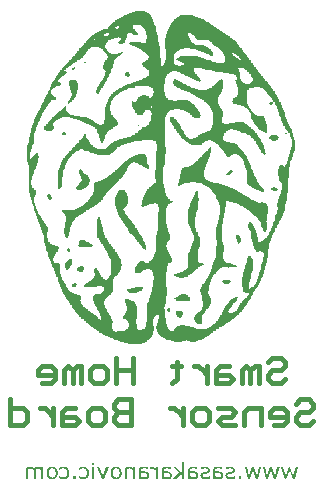
<source format=gbo>
%FSTAX23Y23*%
%MOMM*%
%SFA1B1*%

%IPPOS*%
%ADD33C,0.381000*%
%LNpcb-1*%
%LPD*%
G36*
X16749Y02797D02*
X16787Y02792D01*
X16825Y02786*
X16858Y02776*
X1689Y02765*
X1692Y02754*
X16947Y0274*
X16973Y02727*
X16996Y02714*
X17015Y02702*
X17032Y02689*
X17045Y02678*
X17055Y02668*
X17064Y02661*
X17068Y02657*
X1707Y02655*
X17093Y02628*
X17115Y02596*
X17134Y02566*
X17151Y02532*
X17163Y02501*
X17174Y02467*
X17191Y02403*
X17197Y02374*
X17201Y02346*
X17203Y02323*
X17206Y02302*
X17208Y02283*
Y0227*
Y02262*
Y02259*
X17206Y02211*
X17201Y02166*
X17197Y02124*
X17189Y0209*
X17182Y02063*
X17178Y02041*
X17176Y02033*
X17174Y02027*
X17172Y02025*
Y02022*
X17157Y01987*
X1714Y01955*
X17123Y01927*
X17106Y01902*
X17091Y01883*
X17079Y0187*
X1707Y0186*
X17068Y01858*
X17043Y01834*
X17015Y01813*
X1699Y01796*
X16964Y01783*
X16943Y01771*
X16924Y01764*
X16914Y0176*
X16909Y01758*
X16873Y01747*
X16837Y01739*
X16804Y01735*
X16772Y01731*
X16746Y01728*
X16725Y01726*
X16706*
X16675Y01728*
X16643Y01731*
X16615Y01735*
X16592Y01739*
X16571Y01743*
X16554Y01745*
X16546Y0175*
X16541*
X16482Y01769*
X16454Y01779*
X16429Y0179*
X16408Y01798*
X16391Y01807*
X1638Y01811*
X16376Y01813*
Y02003*
X16387*
X16404Y01991*
X16421Y01978*
X16433Y0197*
X16438Y01965*
X1644*
X16463Y0195*
X16486Y01938*
X16495Y01931*
X16503Y01929*
X16507Y01925*
X16509*
X16543Y0191*
X16575Y01898*
X1659Y01895*
X166Y01891*
X16607Y01889*
X16609*
X16647Y01883*
X16666Y01879*
X16681*
X16696Y01876*
X16715*
X16742Y01879*
X16768Y01881*
X16814Y01891*
X16854Y01908*
X16888Y01927*
X16914Y01944*
X16933Y01961*
X16943Y01972*
X16947Y01976*
X16975Y02016*
X16996Y02063*
X17009Y02109*
X17019Y02156*
X17026Y02196*
X17028Y02213*
Y0223*
X1703Y02243*
Y02251*
Y02257*
Y02259*
Y02293*
X17026Y02327*
X17022Y02357*
X17017Y02384*
X17011Y02412*
X17003Y02435*
X16996Y02456*
X16988Y02475*
X16979Y02492*
X16973Y02507*
X16964Y0252*
X16958Y0253*
X16954Y02539*
X1695Y02545*
X16945Y02547*
Y02549*
X16928Y02566*
X16912Y02583*
X16873Y02606*
X16835Y02625*
X16797Y02636*
X16766Y02644*
X16751Y02647*
X16738*
X16729Y02649*
X16715*
X16685Y02647*
X16656Y02644*
X16628Y02638*
X16603Y02632*
X16581Y02625*
X16565Y02621*
X16554Y02617*
X1655Y02615*
X16518Y02602*
X16488Y02585*
X16461Y0257*
X16436Y02556*
X16417Y02543*
X164Y02532*
X16391Y02524*
X16387Y02522*
X16376*
Y02712*
X16431Y02738*
X16457Y02748*
X16482Y02757*
X16503Y02763*
X16518Y02769*
X16529Y02771*
X16533Y02773*
X16565Y02782*
X16596Y02788*
X16624Y02792*
X16651Y02797*
X16675*
X16691Y02799*
X16706*
X16749Y02797*
G37*
G36*
X21209Y02801D02*
X21247Y02797D01*
X21281Y0279*
X21314Y0278*
X21346Y02769*
X21374Y02757*
X21399Y02744*
X21425Y02731*
X21446Y02716*
X21462Y02704*
X2148Y02691*
X21492Y0268*
X21503Y0267*
X21509Y02663*
X21514Y02659*
X21516Y02657*
X21539Y0263*
X21558Y02598*
X21575Y02566*
X21589Y02534*
X216Y02501*
X21611Y02469*
X21626Y02405*
X21632Y02376*
X21636Y02348*
X21638Y02325*
X2164Y02304*
X21643Y02285*
Y02272*
Y02264*
Y02262*
X2164Y02215*
X21636Y02173*
X2163Y02132*
X21624Y02094*
X21613Y02058*
X21602Y02027*
X21592Y01997*
X21579Y0197*
X21566Y01946*
X21556Y01925*
X21545Y01906*
X21535Y01893*
X21528Y01881*
X21522Y01872*
X21518Y01868*
X21516Y01866*
X2149Y0184*
X21462Y01819*
X21435Y018*
X21408Y01783*
X21378Y01769*
X21348Y01758*
X21293Y01741*
X21268Y01735*
X21245Y01731*
X21223Y01726*
X21204Y01724*
X2119Y01722*
X21169*
X21128Y01724*
X21092Y01728*
X21056Y01735*
X21023Y01745*
X20993Y01756*
X20965Y01769*
X20938Y01781*
X20915Y01794*
X20894Y01807*
X20877Y01821*
X2086Y01832*
X20847Y01843*
X20836Y01853*
X2083Y0186*
X20826Y01864*
X20824Y01866*
X208Y01893*
X20781Y01925*
X20765Y01957*
X2075Y01989*
X20737Y02022*
X20726Y02054*
X20711Y02118*
X20705Y02147*
X20701Y02175*
X20699Y02198*
X20697Y02219*
X20695Y02238*
Y02251*
Y02259*
Y02262*
X20697Y02308*
X20701Y0235*
X20707Y02391*
X20714Y02429*
X20724Y02465*
X20735Y02496*
X20747Y02526*
X20758Y02553*
X20771Y02577*
X20784Y02598*
X20794Y02615*
X20803Y0263*
X20811Y02642*
X20817Y02651*
X20821Y02655*
X20824Y02657*
X20849Y02683*
X20874Y02706*
X20904Y02725*
X20932Y02742*
X20961Y02757*
X20989Y02767*
X21018Y02778*
X21044Y02784*
X21069Y0279*
X21092Y02795*
X21114Y02799*
X21133Y02801*
X21147Y02803*
X21169*
X21209Y02801*
G37*
G36*
X18412Y02797D02*
X1845Y02792D01*
X18488Y02786*
X18522Y02776*
X18553Y02765*
X18583Y02754*
X18611Y0274*
X18636Y02727*
X18659Y02714*
X18678Y02702*
X18695Y02689*
X18708Y02678*
X18719Y02668*
X18727Y02661*
X18731Y02657*
X18733Y02655*
X18757Y02628*
X18778Y02596*
X18797Y02566*
X18814Y02532*
X18826Y02501*
X18837Y02467*
X18854Y02403*
X1886Y02374*
X18864Y02346*
X18867Y02323*
X18869Y02302*
X18871Y02283*
Y0227*
Y02262*
Y02259*
X18869Y02211*
X18864Y02166*
X1886Y02124*
X18852Y0209*
X18845Y02063*
X18841Y02041*
X18839Y02033*
X18837Y02027*
X18835Y02025*
Y02022*
X1882Y01987*
X18803Y01955*
X18786Y01927*
X18769Y01902*
X18754Y01883*
X18742Y0187*
X18733Y0186*
X18731Y01858*
X18706Y01834*
X18678Y01813*
X18653Y01796*
X18627Y01783*
X18606Y01771*
X18587Y01764*
X18577Y0176*
X18572Y01758*
X18536Y01747*
X185Y01739*
X18467Y01735*
X18435Y01731*
X18409Y01728*
X18388Y01726*
X18369*
X18338Y01728*
X18306Y01731*
X18278Y01735*
X18255Y01739*
X18234Y01743*
X18217Y01745*
X18209Y0175*
X18204*
X18145Y01769*
X18118Y01779*
X18092Y0179*
X18071Y01798*
X18054Y01807*
X18043Y01811*
X18039Y01813*
Y02003*
X1805*
X18067Y01991*
X18084Y01978*
X18096Y0197*
X18101Y01965*
X18103*
X18126Y0195*
X18149Y01938*
X18158Y01931*
X18166Y01929*
X1817Y01925*
X18172*
X18206Y0191*
X18238Y01898*
X18253Y01895*
X18264Y01891*
X1827Y01889*
X18272*
X1831Y01883*
X18329Y01879*
X18344*
X18359Y01876*
X18378*
X18405Y01879*
X18431Y01881*
X18477Y01891*
X18517Y01908*
X18551Y01927*
X18577Y01944*
X18596Y01961*
X18606Y01972*
X18611Y01976*
X18638Y02016*
X18659Y02063*
X18672Y02109*
X18682Y02156*
X18689Y02196*
X18691Y02213*
Y0223*
X18693Y02243*
Y02251*
Y02257*
Y02259*
Y02293*
X18689Y02327*
X18685Y02357*
X1868Y02384*
X18674Y02412*
X18665Y02435*
X18659Y02456*
X18651Y02475*
X18642Y02492*
X18636Y02507*
X18627Y0252*
X18621Y0253*
X18617Y02539*
X18613Y02545*
X18608Y02547*
Y02549*
X18592Y02566*
X18575Y02583*
X18536Y02606*
X18498Y02625*
X1846Y02636*
X18428Y02644*
X18414Y02647*
X18401*
X18393Y02649*
X18378*
X18348Y02647*
X18318Y02644*
X18291Y02638*
X18266Y02632*
X18245Y02625*
X18228Y02621*
X18217Y02617*
X18213Y02615*
X18181Y02602*
X18151Y02585*
X18124Y0257*
X18099Y02556*
X18079Y02543*
X18062Y02532*
X18054Y02524*
X1805Y02522*
X18039*
Y02712*
X18094Y02738*
X1812Y02748*
X18145Y02757*
X18166Y02763*
X18181Y02769*
X18191Y02771*
X18196Y02773*
X18228Y02782*
X18259Y02788*
X18287Y02792*
X18314Y02797*
X18338*
X18355Y02799*
X18369*
X18412Y02797*
G37*
G36*
X23587Y4126D02*
X23809D01*
Y41223*
X23958*
Y41186*
X23994*
Y41149*
X24031*
Y41038*
X24106*
Y40963*
X24143*
Y40852*
X2418*
Y40815*
X24217*
Y40704*
X24291*
Y40593*
X24328*
Y40482*
X24365*
Y40334*
X24402*
Y40223*
X24476*
Y40074*
X24513*
Y39889*
X2455*
Y39778*
X24587*
Y39593*
X24661*
Y39334*
X24698*
Y39075*
X24735*
Y38778*
X24809*
Y38408*
X24846*
Y37927*
X24883*
Y37408*
X24958*
Y36927*
X24994*
Y36741*
X25031*
Y36704*
X25106*
Y36741*
X2518*
Y36815*
X25217*
Y36927*
X25291*
Y37038*
X25328*
Y37186*
X25365*
Y37408*
X25402*
Y37963*
X25365*
Y38112*
X25328*
Y38149*
X25291*
Y38778*
X25328*
Y39075*
X25365*
Y3926*
X25402*
Y39445*
X25476*
Y39593*
X25513*
Y39667*
X2555*
Y39815*
X25587*
Y39889*
X25661*
Y4*
X25698*
Y40074*
X25735*
Y40186*
X25772*
Y40223*
X25846*
Y40334*
X25883*
Y40408*
X2592*
Y40445*
X25958*
Y40519*
X26031*
Y40593*
X26069*
Y4063*
X26106*
Y40667*
X2618*
Y40704*
X26217*
Y40778*
X26291*
Y40815*
X26365*
Y40852*
X26402*
Y40889*
X26513*
Y40963*
X26587*
Y41*
X26735*
Y41038*
X27402*
Y41*
X27661*
Y40963*
X27846*
Y40889*
X28031*
Y40852*
X28105*
Y40815*
X28254*
Y40778*
X28365*
Y40704*
X28476*
Y40667*
X28587*
Y4063*
X28661*
Y40593*
X28735*
Y40519*
X28809*
Y40482*
X2892*
Y40445*
X28994*
Y40408*
X29031*
Y40334*
X29142*
Y4026*
X2918*
Y40223*
X29291*
Y40186*
X29328*
Y40149*
X29402*
Y40074*
X29476*
Y40038*
X29587*
Y4*
X29624*
Y39963*
X29735*
Y39889*
X29772*
Y39852*
X29809*
Y39815*
X2992*
Y39778*
X29957*
Y39704*
X30031*
Y39667*
X30105*
Y3963*
X30142*
Y39593*
X30217*
Y39519*
X30291*
Y39482*
X30365*
Y39445*
X30402*
Y39408*
X30476*
Y39334*
X3055*
Y39297*
X30624*
Y3926*
X30698*
Y39223*
X30809*
Y39149*
X30846*
Y39111*
X3092*
Y39075*
X30994*
Y39*
X31068*
Y38963*
X31105*
Y38926*
X3118*
Y38889*
X31216*
Y38815*
X31291*
Y38778*
X31328*
Y38741*
X31365*
Y3863*
X31402*
Y38593*
X31476*
Y38519*
X31513*
Y38482*
X3155*
Y38445*
X31587*
Y38334*
X31661*
Y38297*
X31698*
Y3826*
X31735*
Y38223*
X31809*
Y38112*
X31846*
Y38075*
X31883*
Y38*
X3192*
Y37927*
X31994*
Y37889*
X32031*
Y37815*
X32068*
Y37741*
X32105*
Y37704*
X32179*
Y3763*
X32216*
Y37556*
X32253*
Y37519*
X32291*
Y37445*
X32365*
Y37371*
X32402*
Y37334*
X32439*
Y3726*
X32476*
Y37186*
X3255*
Y37149*
X32587*
Y37075*
X32624*
Y36964*
X32661*
Y36927*
X32735*
Y36889*
X32772*
Y36778*
X32846*
Y36741*
X32883*
Y3663*
X3292*
Y36593*
X32994*
Y36556*
X33031*
Y36445*
X33068*
Y36408*
X33105*
Y36371*
X33179*
Y3626*
X33216*
Y36223*
X33253*
Y36186*
X33291*
Y36149*
X33365*
Y36075*
X33402*
Y36*
X33439*
Y35964*
X33476*
Y35889*
X3355*
Y35852*
X33587*
Y35741*
X33624*
Y35704*
X33661*
Y35667*
X33735*
Y3563*
X33772*
Y35556*
X33809*
Y35445*
X33846*
Y35408*
X3392*
Y35371*
X33957*
Y35334*
X33994*
Y3526*
X34068*
Y35186*
X34105*
Y35149*
X34142*
Y35075*
X34179*
Y35038*
X34253*
Y34964*
X34291*
Y34889*
X34328*
Y34852*
X34402*
Y34778*
X34439*
Y34704*
X34476*
Y3463*
X3455*
Y34556*
X34587*
Y34482*
X34624*
Y34445*
X34661*
Y34334*
X34735*
Y3426*
X34772*
Y34186*
X34809*
Y34112*
X34846*
Y34001*
X3492*
Y33927*
X34957*
Y33816*
X34994*
Y33704*
X35031*
Y3363*
X35105*
Y33519*
X35142*
Y33445*
X35179*
Y33297*
X35253*
Y33186*
X35291*
Y33075*
X35327*
Y32964*
X35364*
Y32816*
X35439*
Y32704*
X35476*
Y32556*
X35513*
Y32371*
X3555*
Y32186*
X35624*
Y32075*
X35661*
Y31964*
X35698*
Y31927*
X35735*
Y31816*
X35809*
Y31741*
X35846*
Y3163*
X35883*
Y31556*
X3592*
Y31445*
X35994*
Y31371*
X36031*
Y31223*
X36105*
Y31075*
X36142*
Y30927*
X36179*
Y30705*
X36216*
Y30445*
X3629*
Y29519*
X36216*
Y29334*
X36179*
Y29112*
X36142*
Y29001*
X36105*
Y2889*
X36031*
Y28742*
X35994*
Y2863*
X3592*
Y28445*
X35883*
Y28149*
X35846*
Y27816*
X35809*
Y2726*
X35735*
Y26631*
X35698*
Y26001*
X35661*
Y25556*
X35624*
Y2526*
X3555*
Y25001*
X35513*
Y24742*
X35476*
Y24556*
X35439*
Y24408*
X35364*
Y2426*
X35327*
Y24186*
X35291*
Y24038*
X35253*
Y23927*
X35179*
Y23853*
X35142*
Y23742*
X35105*
Y23668*
X35031*
Y23556*
X34994*
Y23483*
X34957*
Y23371*
X3492*
Y23297*
X34846*
Y23223*
X34809*
Y23149*
X34772*
Y23038*
X34735*
Y22964*
X34661*
Y22853*
X34624*
Y22779*
X34587*
Y22668*
X3455*
Y22556*
X34476*
Y22483*
X34439*
Y22371*
X34402*
Y22297*
X34328*
Y22186*
X34291*
Y22038*
X34253*
Y21927*
X34179*
Y21742*
X34142*
Y21594*
X34105*
Y21186*
X34068*
Y20816*
X33994*
Y20483*
X33957*
Y20223*
X3392*
Y20001*
X33846*
Y19779*
X33809*
Y19594*
X33772*
Y19409*
X33735*
Y1926*
X33661*
Y19112*
X33624*
Y19001*
X33587*
Y18853*
X3355*
Y18742*
X33476*
Y18668*
X33439*
Y18557*
X33402*
Y18483*
X33365*
Y18372*
X33291*
Y18297*
X33253*
Y18186*
X33216*
Y18149*
X33179*
Y18038*
X33105*
Y18001*
X33068*
Y17927*
X33031*
Y17853*
X32994*
Y17816*
X3292*
Y17705*
X32883*
Y17668*
X32846*
Y17557*
X32772*
Y17483*
X32735*
Y17334*
X32661*
Y17223*
X32624*
Y17149*
X32587*
Y17038*
X3255*
Y17001*
X32476*
Y16927*
X32439*
Y16816*
X32402*
Y16779*
X32365*
Y16668*
X32291*
Y16631*
X32253*
Y16557*
X32216*
Y16483*
X32179*
Y16409*
X32105*
Y16334*
X32068*
Y16298*
X32031*
Y16186*
X31994*
Y16149*
X3192*
Y16112*
X31883*
Y16038*
X31846*
Y16001*
X31809*
Y15927*
X31735*
Y15853*
X31698*
Y15816*
X31661*
Y15779*
X31587*
Y15742*
X3155*
Y15668*
X31513*
Y15631*
X31476*
Y15594*
X31402*
Y15557*
X31328*
Y15483*
X31291*
Y15446*
X31216*
Y15409*
X3118*
Y15334*
X31105*
Y15298*
X31031*
Y15261*
X30994*
Y15223*
X3092*
Y15149*
X30883*
Y15112*
X30809*
Y15075*
X30735*
Y15038*
X30661*
Y14964*
X30624*
Y14927*
X30513*
Y1489*
X30476*
Y14853*
X30365*
Y14779*
X30291*
Y14742*
X3018*
Y14668*
X30105*
Y14631*
X29994*
Y14594*
X2992*
Y14557*
X29846*
Y14483*
X29772*
Y14446*
X29735*
Y14409*
X29624*
Y14372*
X29587*
Y14298*
X29513*
Y14261*
X29402*
Y14223*
X29365*
Y14149*
X29328*
Y14113*
X29217*
Y14075*
X2918*
Y14038*
X29142*
Y13964*
X29031*
Y13927*
X28994*
Y1389*
X28957*
Y13853*
X28846*
Y13779*
X28809*
Y13742*
X28735*
Y13705*
X28624*
Y13668*
X28587*
Y13594*
X28476*
Y13557*
X28402*
Y1352*
X28254*
Y13483*
X28105*
Y13409*
X2792*
Y13372*
X27402*
Y13409*
X27142*
Y13483*
X27106*
Y13409*
X26772*
Y13372*
X26106*
Y13409*
X25846*
Y13483*
X25587*
Y1352*
X25476*
Y13557*
X25365*
Y13594*
X25291*
Y13668*
X2518*
Y13705*
X25106*
Y13742*
X25031*
Y13779*
X24994*
Y13853*
X24958*
Y1389*
X24883*
Y13927*
X24846*
Y13964*
X24809*
Y14038*
X24735*
Y14113*
X24698*
Y14223*
X24661*
Y14409*
X24587*
Y14742*
X24661*
Y14964*
X24698*
Y15112*
X24735*
Y15334*
X24809*
Y15668*
X24587*
Y15631*
X2455*
Y15594*
X24513*
Y15557*
X24476*
Y15483*
X24402*
Y15409*
X24365*
Y15298*
X24328*
Y15223*
X24291*
Y14927*
X24328*
Y14668*
X24365*
Y14261*
X24328*
Y14075*
X24291*
Y13927*
X24217*
Y13853*
X2418*
Y13779*
X24143*
Y13705*
X24106*
Y13668*
X24031*
Y13594*
X23994*
Y13557*
X23958*
Y1352*
X2392*
Y13483*
X23809*
Y13409*
X23772*
Y13372*
X23661*
Y13335*
X23587*
Y13298*
X23476*
Y13224*
X23328*
Y13186*
X23143*
Y1315*
X22402*
Y13186*
X22143*
Y13224*
X21958*
Y13298*
X21846*
Y13335*
X21661*
Y13372*
X21476*
Y13409*
X21328*
Y13483*
X21217*
Y1352*
X21069*
Y13557*
X20958*
Y13594*
X20884*
Y13668*
X20735*
Y13705*
X20661*
Y13742*
X2055*
Y13779*
X20476*
Y13853*
X20365*
Y1389*
X20254*
Y13927*
X2018*
Y13964*
X20069*
Y14038*
X19995*
Y14075*
X1992*
Y14113*
X19847*
Y14149*
X19735*
Y14223*
X19698*
Y14261*
X19587*
Y14298*
X1955*
Y14372*
X19476*
Y14409*
X19402*
Y14446*
X19328*
Y14483*
X19291*
Y14557*
X1918*
Y14594*
X19143*
Y14631*
X19069*
Y14668*
X18995*
Y14742*
X18958*
Y14779*
X18884*
Y14853*
X18847*
Y1489*
X18772*
Y14927*
X18698*
Y14964*
X18661*
Y15038*
X18624*
Y15075*
X18587*
Y15112*
X18513*
Y15149*
X18476*
Y15223*
X18439*
Y15261*
X18402*
Y15298*
X18291*
Y15334*
X18217*
Y15409*
X1818*
Y15446*
X18143*
Y15483*
X18069*
Y15557*
X18032*
Y15631*
X17995*
Y15668*
X17958*
Y15742*
X17884*
Y15779*
X17847*
Y15816*
X17809*
Y15853*
X17772*
Y15927*
X17698*
Y16001*
X17661*
Y16038*
X17624*
Y16112*
X17587*
Y16149*
X17513*
Y16186*
X17476*
Y16298*
X17439*
Y16334*
X17402*
Y16446*
X17328*
Y16483*
X17291*
Y16557*
X17254*
Y16631*
X17217*
Y16668*
X17143*
Y16779*
X17106*
Y16816*
X17069*
Y16927*
X17032*
Y17001*
X16958*
Y17038*
X16921*
Y17149*
X16884*
Y17223*
X16809*
Y17334*
X16773*
Y17409*
X16698*
Y1752*
X16661*
Y17594*
X16624*
Y17705*
X16587*
Y17816*
X16513*
Y17927*
X16476*
Y18001*
X16439*
Y18149*
X16402*
Y18297*
X16328*
Y18409*
X16291*
Y1852*
X16254*
Y18668*
X16217*
Y18816*
X16143*
Y1889*
X16106*
Y19038*
X16069*
Y19112*
X16032*
Y1926*
X15958*
Y19372*
X15921*
Y1952*
X15884*
Y19594*
X15809*
Y19705*
X15773*
Y19853*
X15736*
Y19927*
X15698*
Y20038*
X15624*
Y20186*
X15587*
Y20297*
X1555*
Y20408*
X15513*
Y20557*
X15439*
Y20631*
X15402*
Y20779*
X15365*
Y20927*
X15328*
Y21075*
X15254*
Y2126*
X15217*
Y21483*
X15143*
Y21742*
X15106*
Y21964*
X15069*
Y22186*
X15032*
Y22371*
X14958*
Y22556*
X14921*
Y22742*
X14884*
Y22853*
X14847*
Y23001*
X14773*
Y23112*
X14736*
Y23223*
X14698*
Y23371*
X14625*
Y23519*
X14587*
Y23668*
X1455*
Y23742*
X14513*
Y2389*
X14439*
Y24038*
X14402*
Y24112*
X14365*
Y2426*
X14328*
Y24408*
X14254*
Y24556*
X14217*
Y24705*
X1418*
Y24853*
X14143*
Y25038*
X14069*
Y25223*
X14032*
Y25408*
X13995*
Y25482*
X13958*
Y25594*
X13884*
Y25742*
X13847*
Y26001*
X1381*
Y26223*
X13773*
Y27556*
X1381*
Y2763*
X13773*
Y28371*
X13698*
Y28556*
X13661*
Y28705*
X13625*
Y29556*
X13661*
Y30001*
X13698*
Y30223*
X13773*
Y30519*
X1381*
Y30705*
X13847*
Y3089*
X13884*
Y31075*
X13958*
Y3126*
X13995*
Y31445*
X14032*
Y31593*
X14069*
Y31741*
X14143*
Y31889*
X1418*
Y31964*
X14217*
Y32112*
X14254*
Y32186*
X14328*
Y32371*
X14365*
Y32445*
X14402*
Y32556*
X14439*
Y3263*
X14513*
Y32741*
X1455*
Y32816*
X14587*
Y32927*
X14625*
Y33001*
X14698*
Y33112*
X14736*
Y33186*
X14773*
Y33297*
X14847*
Y33371*
X14884*
Y33482*
X14921*
Y33593*
X14958*
Y3363*
X15032*
Y33704*
X15069*
Y33816*
X15106*
Y33927*
X15143*
Y34075*
X15217*
Y34149*
X15254*
Y3426*
X15328*
Y34334*
X15365*
Y34445*
X15402*
Y34519*
X15439*
Y3463*
X15513*
Y34704*
X1555*
Y34852*
X15587*
Y34964*
X15624*
Y35038*
X15698*
Y35149*
X15736*
Y35223*
X15773*
Y35334*
X15809*
Y35408*
X15884*
Y35519*
X15921*
Y35556*
X15958*
Y35667*
X16032*
Y35704*
X16069*
Y35815*
X16106*
Y35889*
X16143*
Y35964*
X16217*
Y36*
X16254*
Y36075*
X16291*
Y36149*
X16328*
Y36186*
X16402*
Y36223*
X16439*
Y36334*
X16476*
Y36371*
X16513*
Y36408*
X16587*
Y36445*
X16624*
Y36519*
X16661*
Y36556*
X16698*
Y3663*
X16773*
Y36704*
X16809*
Y36741*
X16884*
Y36778*
X16921*
Y36815*
X16958*
Y36889*
X17032*
Y36927*
X17069*
Y36964*
X17106*
Y37075*
X17143*
Y37149*
X17217*
Y37186*
X17254*
Y37223*
X17291*
Y3726*
X17328*
Y37334*
X17402*
Y37371*
X17439*
Y37408*
X17476*
Y37445*
X17513*
Y37519*
X17587*
Y37556*
X17624*
Y37593*
X17661*
Y3763*
X17698*
Y37741*
X17772*
Y37778*
X17809*
Y37815*
X17847*
Y37889*
X17884*
Y37963*
X17958*
Y38*
X17995*
Y38075*
X18032*
Y38112*
X18069*
Y38223*
X18143*
Y3826*
X1818*
Y38297*
X18217*
Y38334*
X18291*
Y38408*
X18328*
Y38482*
X18402*
Y38519*
X18439*
Y38593*
X18476*
Y3863*
X18513*
Y38704*
X18587*
Y38741*
X18624*
Y38778*
X18661*
Y38815*
X18698*
Y38889*
X18772*
Y38926*
X18809*
Y38963*
X18847*
Y39*
X18884*
Y39075*
X18958*
Y39111*
X18995*
Y39149*
X19032*
Y39223*
X19069*
Y3926*
X19143*
Y39297*
X1918*
Y39334*
X19291*
Y39408*
X19328*
Y39445*
X19402*
Y39482*
X19476*
Y39519*
X1955*
Y39593*
X19661*
Y3963*
X19735*
Y39667*
X19847*
Y39704*
X1992*
Y39778*
X20069*
Y39815*
X20254*
Y39852*
X20402*
Y39889*
X20476*
Y39963*
X20513*
Y4*
X2055*
Y40038*
X20587*
Y40074*
X20661*
Y40149*
X20698*
Y40186*
X20735*
Y40223*
X20772*
Y4026*
X20847*
Y40334*
X20884*
Y40408*
X2092*
Y40445*
X20958*
Y40482*
X21069*
Y40519*
X21106*
Y40593*
X21143*
Y4063*
X21254*
Y40667*
X21291*
Y40704*
X21402*
Y40778*
X21439*
Y40815*
X2155*
Y40852*
X21661*
Y40889*
X21735*
Y40963*
X21846*
Y41*
X2192*
Y41038*
X22032*
Y41074*
X22106*
Y41149*
X22254*
Y41186*
X22402*
Y41223*
X22513*
Y4126*
X22809*
Y41334*
X23587*
Y4126*
G37*
G36*
X15794Y02801D02*
X15832Y02797D01*
X15866Y0279*
X159Y0278*
X15932Y02769*
X15959Y02757*
X15985Y02744*
X1601Y02731*
X16031Y02716*
X16048Y02704*
X16065Y02691*
X16078Y0268*
X16088Y0267*
X16095Y02663*
X16099Y02659*
X16101Y02657*
X16124Y0263*
X16143Y02598*
X16161Y02566*
X16175Y02534*
X16186Y02501*
X16196Y02469*
X16211Y02405*
X16217Y02376*
X16222Y02348*
X16224Y02325*
X16226Y02304*
X16228Y02285*
Y02272*
Y02264*
Y02262*
X16226Y02215*
X16222Y02173*
X16215Y02132*
X16209Y02094*
X16198Y02058*
X16188Y02027*
X16177Y01997*
X16165Y0197*
X16152Y01946*
X16141Y01925*
X16131Y01906*
X1612Y01893*
X16114Y01881*
X16107Y01872*
X16103Y01868*
X16101Y01866*
X16076Y0184*
X16048Y01819*
X16021Y018*
X15993Y01783*
X15964Y01769*
X15934Y01758*
X15879Y01741*
X15854Y01735*
X1583Y01731*
X15809Y01726*
X1579Y01724*
X15775Y01722*
X15754*
X15714Y01724*
X15678Y01728*
X15642Y01735*
X15608Y01745*
X15579Y01756*
X15551Y01769*
X15523Y01781*
X155Y01794*
X15479Y01807*
X15462Y01821*
X15445Y01832*
X15433Y01843*
X15422Y01853*
X15416Y0186*
X15411Y01864*
X15409Y01866*
X15386Y01893*
X15367Y01925*
X1535Y01957*
X15335Y01989*
X15323Y02022*
X15312Y02054*
X15297Y02118*
X15291Y02147*
X15286Y02175*
X15284Y02198*
X15282Y02219*
X1528Y02238*
Y02251*
Y02259*
Y02262*
X15282Y02308*
X15286Y0235*
X15293Y02391*
X15299Y02429*
X1531Y02465*
X1532Y02496*
X15333Y02526*
X15344Y02553*
X15356Y02577*
X15369Y02598*
X1538Y02615*
X15388Y0263*
X15396Y02642*
X15403Y02651*
X15407Y02655*
X15409Y02657*
X15435Y02683*
X1546Y02706*
X1549Y02725*
X15517Y02742*
X15547Y02757*
X15574Y02767*
X15604Y02778*
X15629Y02784*
X15655Y0279*
X15678Y02795*
X15699Y02799*
X15718Y02801*
X15733Y02803*
X15754*
X15794Y02801*
G37*
G36*
X28764Y02797D02*
X28796Y02792D01*
X28821Y02788*
X28845Y02784*
X28859Y0278*
X2887Y02778*
X28874Y02776*
X28902Y02765*
X28927Y02754*
X2895Y02742*
X28969Y02731*
X28984Y02721*
X28995Y02714*
X29004Y02708*
X29006Y02706*
X29025Y02689*
X29039Y02672*
X29054Y02655*
X29065Y0264*
X29073Y02625*
X29079Y02615*
X29082Y02609*
X29084Y02606*
X29092Y02585*
X29099Y02564*
X29103Y02545*
X29105Y02526*
X29107Y02511*
X29109Y02498*
Y0249*
Y02488*
X29107Y02452*
X29101Y02418*
X29092Y02388*
X29082Y02365*
X29071Y02344*
X29063Y02329*
X29056Y02321*
X29054Y02316*
X29029Y02291*
X28999Y0227*
X28967Y02253*
X28936Y02238*
X28908Y02226*
X28883Y02217*
X28874Y02215*
X28868Y02213*
X28864Y02211*
X28862*
X28824Y02202*
X28807Y02198*
X2879Y02194*
X28777Y02192*
X28767Y02189*
X28758Y02187*
X28756*
X28735Y02183*
X28716Y02181*
X28699Y02177*
X28684Y02175*
X28673Y02173*
X28665Y0217*
X28661Y02168*
X28659*
X28625Y0216*
X28595Y02151*
X28572Y02143*
X28555Y02135*
X28542Y02126*
X28532Y02122*
X28527Y02118*
X28525Y02116*
X28513Y02103*
X28504Y02088*
X28498Y02073*
X28493Y02056*
X28491Y02044*
X28489Y02033*
Y02025*
Y02022*
X28491Y01995*
X285Y01972*
X2851Y01953*
X28521Y01936*
X28534Y01923*
X28544Y01914*
X28553Y0191*
X28555Y01908*
X2858Y01895*
X2861Y01887*
X2864Y01881*
X28667Y01876*
X28692Y01874*
X28713Y01872*
X28732*
X28767Y01874*
X288Y01879*
X28834Y01883*
X28864Y01891*
X28889Y01898*
X28908Y01902*
X28921Y01906*
X28923Y01908*
X28925*
X28961Y01923*
X28995Y01938*
X29027Y01955*
X29052Y0197*
X29073Y01984*
X2909Y01995*
X29101Y02003*
X29105Y02006*
X29113*
Y01811*
X29088Y018*
X29063Y01788*
X29035Y01779*
X2901Y01769*
X28989Y01762*
X28969Y01756*
X28959Y01754*
X28955Y01752*
X28919Y01743*
X28883Y01737*
X28847Y01733*
X28815Y01731*
X28786Y01728*
X28764Y01726*
X28745*
X28673Y01731*
X28642Y01735*
X2861Y01741*
X28582Y01747*
X28557Y01754*
X28534Y01762*
X2851Y01771*
X28491Y01779*
X28474Y01788*
X28462Y01794*
X28449Y018*
X28441Y01807*
X28434Y01811*
X2843Y01815*
X28428*
X28407Y01832*
X2839Y01851*
X28373Y0187*
X2836Y01889*
X28339Y01927*
X28326Y01965*
X28318Y01997*
X28316Y0201*
X28314Y02022*
X28312Y02033*
Y02039*
Y02044*
Y02046*
X28314Y02086*
X28322Y02122*
X28333Y02151*
X28343Y02177*
X28356Y02198*
X28366Y02213*
X28375Y02224*
X28377Y02226*
X28405Y02249*
X28434Y0227*
X28464Y02285*
X28496Y02299*
X28521Y02308*
X28544Y02316*
X28553Y02319*
X28557*
X28561Y02321*
X28563*
X28595Y02327*
X28627Y02334*
X2864Y02336*
X2865Y02338*
X28659Y0234*
X28661*
X28703Y02348*
X2872Y02353*
X28737Y02355*
X2875Y02359*
X2876Y02361*
X28767Y02363*
X28769*
X28798Y02372*
X28824Y0238*
X28847Y02388*
X28864Y02395*
X28877Y02403*
X28887Y0241*
X28891Y02412*
X28894Y02414*
X28906Y02426*
X28915Y02441*
X28923Y02458*
X28927Y02473*
X28929Y02488*
X28931Y02498*
Y02507*
Y02509*
X28929Y02534*
X28921Y02556*
X2891Y02575*
X289Y0259*
X28887Y02602*
X28879Y02611*
X2887Y02615*
X28868Y02617*
X28843Y0263*
X28815Y02638*
X28788Y02647*
X28762Y02651*
X28741Y02653*
X28722Y02655*
X28707*
X28673Y02653*
X2864Y02651*
X2861Y02644*
X2858Y02638*
X28557Y02632*
X2854Y02628*
X28527Y02623*
X28523Y02621*
X28489Y02609*
X28457Y02594*
X2843Y02581*
X28407Y02568*
X28388Y02556*
X28375Y02547*
X28364Y02541*
X28362Y02539*
X28352*
Y02723*
X28377Y02733*
X28403Y02744*
X2843Y02754*
X28455Y02763*
X28477Y02769*
X28493Y02773*
X28506Y02778*
X2851*
X28544Y02786*
X28578Y0279*
X2861Y02795*
X28637Y02799*
X28663*
X2868Y02801*
X28732*
X28764Y02797*
G37*
G36*
X17756Y0175D02*
X17536D01*
Y02012*
X17756*
Y0175*
G37*
G36*
X30874Y02797D02*
X30905Y02792D01*
X30931Y02788*
X30954Y02784*
X30969Y0278*
X3098Y02778*
X30984Y02776*
X31011Y02765*
X31037Y02754*
X3106Y02742*
X31079Y02731*
X31094Y02721*
X31104Y02714*
X31113Y02708*
X31115Y02706*
X31134Y02689*
X31149Y02672*
X31164Y02655*
X31174Y0264*
X31183Y02625*
X31189Y02615*
X31191Y02609*
X31193Y02606*
X31202Y02585*
X31208Y02564*
X31212Y02545*
X31215Y02526*
X31217Y02511*
X31219Y02498*
Y0249*
Y02488*
X31217Y02452*
X3121Y02418*
X31202Y02388*
X31191Y02365*
X31181Y02344*
X31172Y02329*
X31166Y02321*
X31164Y02316*
X31138Y02291*
X31109Y0227*
X31077Y02253*
X31045Y02238*
X31018Y02226*
X30992Y02217*
X30984Y02215*
X30977Y02213*
X30973Y02211*
X30971*
X30933Y02202*
X30916Y02198*
X30899Y02194*
X30886Y02192*
X30876Y02189*
X30867Y02187*
X30865*
X30844Y02183*
X30825Y02181*
X30808Y02177*
X30793Y02175*
X30783Y02173*
X30774Y0217*
X3077Y02168*
X30768*
X30734Y0216*
X30705Y02151*
X30681Y02143*
X30664Y02135*
X30652Y02126*
X30641Y02122*
X30637Y02118*
X30635Y02116*
X30622Y02103*
X30614Y02088*
X30607Y02073*
X30603Y02056*
X30601Y02044*
X30599Y02033*
Y02025*
Y02022*
X30601Y01995*
X30609Y01972*
X3062Y01953*
X3063Y01936*
X30643Y01923*
X30654Y01914*
X30662Y0191*
X30664Y01908*
X3069Y01895*
X30719Y01887*
X30749Y01881*
X30776Y01876*
X30802Y01874*
X30823Y01872*
X30842*
X30876Y01874*
X3091Y01879*
X30944Y01883*
X30973Y01891*
X30999Y01898*
X31018Y01902*
X3103Y01906*
X31032Y01908*
X31034*
X31071Y01923*
X31104Y01938*
X31136Y01955*
X31161Y0197*
X31183Y01984*
X312Y01995*
X3121Y02003*
X31215Y02006*
X31223*
Y01811*
X31198Y018*
X31172Y01788*
X31145Y01779*
X31119Y01769*
X31098Y01762*
X31079Y01756*
X31069Y01754*
X31064Y01752*
X31028Y01743*
X30992Y01737*
X30956Y01733*
X30925Y01731*
X30895Y01728*
X30874Y01726*
X30855*
X30783Y01731*
X30751Y01735*
X30719Y01741*
X30692Y01747*
X30666Y01754*
X30643Y01762*
X3062Y01771*
X30601Y01779*
X30584Y01788*
X30571Y01794*
X30558Y018*
X3055Y01807*
X30544Y01811*
X30539Y01815*
X30537*
X30516Y01832*
X30499Y01851*
X30482Y0187*
X3047Y01889*
X30449Y01927*
X30436Y01965*
X30427Y01997*
X30425Y0201*
X30423Y02022*
X30421Y02033*
Y02039*
Y02044*
Y02046*
X30423Y02086*
X30431Y02122*
X30442Y02151*
X30453Y02177*
X30466Y02198*
X30476Y02213*
X30485Y02224*
X30487Y02226*
X30514Y02249*
X30544Y0227*
X30573Y02285*
X30605Y02299*
X3063Y02308*
X30654Y02316*
X30662Y02319*
X30666*
X30671Y02321*
X30673*
X30705Y02327*
X30736Y02334*
X30749Y02336*
X30759Y02338*
X30768Y0234*
X3077*
X30812Y02348*
X30829Y02353*
X30846Y02355*
X30859Y02359*
X3087Y02361*
X30876Y02363*
X30878*
X30908Y02372*
X30933Y0238*
X30956Y02388*
X30973Y02395*
X30986Y02403*
X30997Y0241*
X31001Y02412*
X31003Y02414*
X31015Y02426*
X31024Y02441*
X31032Y02458*
X31037Y02473*
X31039Y02488*
X31041Y02498*
Y02507*
Y02509*
X31039Y02534*
X3103Y02556*
X3102Y02575*
X31009Y0259*
X30997Y02602*
X30988Y02611*
X3098Y02615*
X30977Y02617*
X30952Y0263*
X30925Y02638*
X30897Y02647*
X30872Y02651*
X30851Y02653*
X30832Y02655*
X30817*
X30783Y02653*
X30749Y02651*
X30719Y02644*
X3069Y02638*
X30666Y02632*
X30649Y02628*
X30637Y02623*
X30633Y02621*
X30599Y02609*
X30567Y02594*
X30539Y02581*
X30516Y02568*
X30497Y02556*
X30485Y02547*
X30474Y02541*
X30472Y02539*
X30461*
Y02723*
X30487Y02733*
X30512Y02744*
X30539Y02754*
X30565Y02763*
X30586Y02769*
X30603Y02773*
X30616Y02778*
X3062*
X30654Y02786*
X30688Y0279*
X30719Y02795*
X30747Y02799*
X30772*
X30789Y02801*
X30842*
X30874Y02797*
G37*
G36*
X19315Y0175D02*
X19141D01*
Y02776*
X19315*
Y0175*
G37*
G36*
X31775D02*
X31555D01*
Y02012*
X31775*
Y0175*
G37*
G36*
X22279Y02801D02*
X22311Y02797D01*
X22341Y0279*
X22368Y02784*
X22391Y02778*
X22408Y02771*
X22419Y02767*
X22423Y02765*
X22455Y0275*
X22485Y02733*
X22512Y02714*
X22537Y02697*
X22559Y02683*
X22573Y0267*
X22584Y02661*
X22588Y02659*
Y02776*
X22762*
Y0175*
X22588*
Y02513*
X22563Y02532*
X22535Y02551*
X22512Y02566*
X22489Y02579*
X2247Y0259*
X22455Y02596*
X22446Y026*
X22442Y02602*
X22413Y02615*
X22385Y02623*
X22362Y0263*
X22339Y02634*
X22319Y02636*
X22307Y02638*
X22269*
X22248Y02636*
X22229Y02632*
X22212Y0263*
X22199Y02625*
X2219Y02621*
X22184Y02619*
X22182*
X22154Y02602*
X22133Y02583*
X22127Y02575*
X22121Y02568*
X22117Y02564*
Y02562*
X22108Y02547*
X22102Y02532*
X22091Y02501*
X22089Y02486*
X22087Y02475*
X22085Y02467*
Y02465*
X2208Y02418*
X22078Y02395*
X22076Y02376*
Y02357*
Y02344*
Y02336*
Y02331*
Y0175*
X21903*
Y02414*
X21907Y0248*
X21911Y02511*
X21917Y02539*
X21924Y02564*
X2193Y02587*
X21939Y02609*
X21947Y02628*
X21956Y02644*
X21964Y02659*
X2197Y02672*
X21977Y02683*
X21983Y02691*
X21987Y02697*
X2199Y027*
X21992Y02702*
X22009Y02719*
X22028Y02736*
X22068Y02761*
X2211Y02778*
X2215Y0279*
X22188Y02799*
X22203Y02801*
X22218*
X22229Y02803*
X22246*
X22279Y02801*
G37*
G36*
X2013Y0175D02*
X19956D01*
X19539Y02776*
X19721*
X20037Y01959*
X20356Y02776*
X20542*
X2013Y0175*
G37*
G36*
X29892Y02799D02*
X29924Y02797D01*
X29953Y02792*
X29977Y0279*
X29996Y02786*
X30008Y02784*
X30013*
X30046Y02778*
X30076Y02771*
X301Y02767*
X30121Y02763*
X30135Y02759*
X30148Y02754*
X30154Y02752*
X30156*
Y02579*
X30148*
X30114Y02592*
X30085Y02602*
X30055Y02611*
X3003Y02619*
X30008Y02623*
X29992Y02628*
X29981Y02632*
X29977*
X29947Y02638*
X29917Y02642*
X29892Y02647*
X29871Y02649*
X29852Y02651*
X29826*
X29786Y02649*
X29769*
X29753Y02647*
X2974Y02644*
X29729*
X29723Y02642*
X29721*
X29685Y02636*
X2967Y0263*
X29657Y02625*
X29647Y02621*
X29638Y02617*
X29634Y02615*
X29632Y02613*
X29607Y02594*
X29587Y02575*
X29581Y02566*
X29577Y02558*
X29572Y02553*
Y02551*
X2956Y0252*
X29553Y02488*
X29551Y02475*
Y02465*
Y02456*
Y02454*
Y02429*
X29607Y02424*
X29659Y02422*
X29706Y02418*
X29748Y02414*
X29784Y0241*
X29797*
X29809Y02407*
X2982*
X29826Y02405*
X29833*
X29879Y02399*
X29924Y02391*
X29962Y02382*
X29994Y02372*
X30021Y02363*
X3004Y02357*
X30053Y02353*
X30055Y0235*
X30057*
X30089Y02334*
X30119Y02314*
X30142Y02295*
X30163Y02278*
X30178Y02262*
X3019Y02249*
X30197Y0224*
X30199Y02236*
X30216Y02207*
X30226Y02177*
X30235Y02145*
X30241Y02116*
X30245Y02088*
X30248Y02067*
Y02058*
Y02052*
Y0205*
Y02048*
X30245Y02022*
X30243Y01997*
X30233Y0195*
X30218Y0191*
X30199Y01876*
X30182Y01849*
X30167Y0183*
X30156Y01817*
X30152Y01815*
Y01813*
X30133Y01796*
X30114Y01783*
X30076Y0176*
X30036Y01745*
X3Y01733*
X29968Y01726*
X29953Y01724*
X29943*
X29932Y01722*
X29892*
X29867Y01724*
X29846Y01726*
X29824Y01731*
X29809Y01733*
X29799Y01735*
X2979Y01737*
X29788*
X2975Y01747*
X29733Y01754*
X29719Y01758*
X29706Y01764*
X29697Y01766*
X29691Y01771*
X29689*
X29661Y01785*
X29638Y018*
X2963Y01804*
X29621Y01811*
X29617Y01813*
X29615Y01815*
X29587Y01834*
X29568Y01847*
X29556Y01858*
X29551Y0186*
Y0175*
X29378*
Y02446*
X2938Y02482*
X29382Y02513*
X29389Y02541*
X29393Y02566*
X29399Y02585*
X29405Y02598*
X29408Y02609*
X2941Y02611*
X29422Y02634*
X29435Y02657*
X2945Y02676*
X29465Y02691*
X29477Y02704*
X29488Y02712*
X29494Y02719*
X29497Y02721*
X2952Y02736*
X29543Y02748*
X29566Y02759*
X29587Y02767*
X29607Y02773*
X29623Y02778*
X29632Y02782*
X29636*
X29668Y02788*
X29699Y02792*
X29731Y02797*
X29761Y02799*
X29786Y02801*
X29824*
X29892Y02799*
G37*
G36*
X27783D02*
X27814Y02797D01*
X27844Y02792*
X27867Y0279*
X27886Y02786*
X27899Y02784*
X27903*
X27937Y02778*
X27967Y02771*
X2799Y02767*
X28011Y02763*
X28026Y02759*
X28039Y02754*
X28045Y02752*
X28047*
Y02579*
X28039*
X28005Y02592*
X27975Y02602*
X27946Y02611*
X2792Y02619*
X27899Y02623*
X27882Y02628*
X27871Y02632*
X27867*
X27838Y02638*
X27808Y02642*
X27783Y02647*
X27761Y02649*
X27742Y02651*
X27717*
X27677Y02649*
X2766*
X27643Y02647*
X2763Y02644*
X2762*
X27613Y02642*
X27611*
X27575Y02636*
X27561Y0263*
X27548Y02625*
X27537Y02621*
X27529Y02617*
X27524Y02615*
X27522Y02613*
X27497Y02594*
X27478Y02575*
X27472Y02566*
X27467Y02558*
X27463Y02553*
Y02551*
X2745Y0252*
X27444Y02488*
X27442Y02475*
Y02465*
Y02456*
Y02454*
Y02429*
X27497Y02424*
X2755Y02422*
X27596Y02418*
X27639Y02414*
X27675Y0241*
X27687*
X277Y02407*
X27711*
X27717Y02405*
X27723*
X2777Y02399*
X27814Y02391*
X27852Y02382*
X27884Y02372*
X27912Y02363*
X27931Y02357*
X27943Y02353*
X27946Y0235*
X27948*
X27979Y02334*
X28009Y02314*
X28032Y02295*
X28054Y02278*
X28068Y02262*
X28081Y02249*
X28087Y0224*
X28089Y02236*
X28106Y02207*
X28117Y02177*
X28125Y02145*
X28132Y02116*
X28136Y02088*
X28138Y02067*
Y02058*
Y02052*
Y0205*
Y02048*
X28136Y02022*
X28134Y01997*
X28123Y0195*
X28108Y0191*
X28089Y01876*
X28072Y01849*
X28058Y0183*
X28047Y01817*
X28043Y01815*
Y01813*
X28024Y01796*
X28005Y01783*
X27967Y0176*
X27927Y01745*
X2789Y01733*
X27859Y01726*
X27844Y01724*
X27833*
X27823Y01722*
X27783*
X27757Y01724*
X27736Y01726*
X27715Y01731*
X277Y01733*
X2769Y01735*
X27681Y01737*
X27679*
X27641Y01747*
X27624Y01754*
X27609Y01758*
X27596Y01764*
X27588Y01766*
X27582Y01771*
X2758*
X27552Y01785*
X27529Y018*
X2752Y01804*
X27512Y01811*
X27507Y01813*
X27505Y01815*
X27478Y01834*
X27459Y01847*
X27446Y01858*
X27442Y0186*
Y0175*
X27268*
Y02446*
X2727Y02482*
X27273Y02513*
X27279Y02541*
X27283Y02566*
X2729Y02585*
X27296Y02598*
X27298Y02609*
X273Y02611*
X27313Y02634*
X27326Y02657*
X2734Y02676*
X27355Y02691*
X27368Y02704*
X27378Y02712*
X27385Y02719*
X27387Y02721*
X2741Y02736*
X27434Y02748*
X27457Y02759*
X27478Y02767*
X27497Y02773*
X27514Y02778*
X27522Y02782*
X27526*
X27558Y02788*
X2759Y02792*
X27622Y02797*
X27651Y02799*
X27677Y02801*
X27715*
X27783Y02799*
G37*
G36*
X2554D02*
X25571Y02797D01*
X25601Y02792*
X25625Y0279*
X25644Y02786*
X25656Y02784*
X2566*
X25694Y02778*
X25724Y02771*
X25747Y02767*
X25768Y02763*
X25783Y02759*
X25796Y02754*
X25802Y02752*
X25804*
Y02579*
X25796*
X25762Y02592*
X25732Y02602*
X25703Y02611*
X25677Y02619*
X25656Y02623*
X25639Y02628*
X25629Y02632*
X25625*
X25595Y02638*
X25565Y02642*
X2554Y02647*
X25519Y02649*
X255Y02651*
X25474*
X25434Y02649*
X25417*
X254Y02647*
X25388Y02644*
X25377*
X25371Y02642*
X25369*
X25332Y02636*
X25318Y0263*
X25305Y02625*
X25294Y02621*
X25286Y02617*
X25282Y02615*
X2528Y02613*
X25254Y02594*
X25235Y02575*
X25229Y02566*
X25224Y02558*
X2522Y02553*
Y02551*
X25208Y0252*
X25201Y02488*
X25199Y02475*
Y02465*
Y02456*
Y02454*
Y02429*
X25254Y02424*
X25307Y02422*
X25354Y02418*
X25396Y02414*
X25432Y0241*
X25445*
X25457Y02407*
X25468*
X25474Y02405*
X25481*
X25527Y02399*
X25571Y02391*
X2561Y02382*
X25641Y02372*
X25669Y02363*
X25688Y02357*
X25701Y02353*
X25703Y0235*
X25705*
X25737Y02334*
X25766Y02314*
X25789Y02295*
X25811Y02278*
X25825Y02262*
X25838Y02249*
X25845Y0224*
X25847Y02236*
X25864Y02207*
X25874Y02177*
X25883Y02145*
X25889Y02116*
X25893Y02088*
X25895Y02067*
Y02058*
Y02052*
Y0205*
Y02048*
X25893Y02022*
X25891Y01997*
X25881Y0195*
X25866Y0191*
X25847Y01876*
X2583Y01849*
X25815Y0183*
X25804Y01817*
X258Y01815*
Y01813*
X25781Y01796*
X25762Y01783*
X25724Y0176*
X25684Y01745*
X25648Y01733*
X25616Y01726*
X25601Y01724*
X25591*
X2558Y01722*
X2554*
X25514Y01724*
X25493Y01726*
X25472Y01731*
X25457Y01733*
X25447Y01735*
X25438Y01737*
X25436*
X25398Y01747*
X25381Y01754*
X25366Y01758*
X25354Y01764*
X25345Y01766*
X25339Y01771*
X25337*
X25309Y01785*
X25286Y018*
X25277Y01804*
X25269Y01811*
X25265Y01813*
X25263Y01815*
X25235Y01834*
X25216Y01847*
X25203Y01858*
X25199Y0186*
Y0175*
X25026*
Y02446*
X25028Y02482*
X2503Y02513*
X25036Y02541*
X25041Y02566*
X25047Y02585*
X25053Y02598*
X25055Y02609*
X25057Y02611*
X2507Y02634*
X25083Y02657*
X25098Y02676*
X25112Y02691*
X25125Y02704*
X25136Y02712*
X25142Y02719*
X25144Y02721*
X25167Y02736*
X25191Y02748*
X25214Y02759*
X25235Y02767*
X25254Y02773*
X25271Y02778*
X2528Y02782*
X25284*
X25315Y02788*
X25347Y02792*
X25379Y02797*
X25409Y02799*
X25434Y02801*
X25472*
X2554Y02799*
G37*
G36*
X19326Y02947D02*
X19131D01*
Y03127*
X19326*
Y02947*
G37*
G36*
X14542Y02801D02*
X14574Y02797D01*
X14601Y0279*
X14629Y02784*
X1465Y02778*
X14664Y02771*
X14675Y02767*
X14679Y02765*
X14709Y0275*
X14739Y02733*
X14766Y02716*
X14789Y027*
X1481Y02685*
X14825Y02672*
X14836Y02663*
X1484Y02661*
Y02776*
X15014*
Y0175*
X1484*
Y02513*
X14815Y02532*
X14789Y02551*
X14766Y02566*
X14745Y02579*
X14726Y0259*
X14713Y02596*
X14703Y026*
X14701Y02602*
X14673Y02615*
X14648Y02623*
X14624Y0263*
X14603Y02634*
X14584Y02636*
X14571Y02638*
X14531*
X14508Y02634*
X14489Y02632*
X14472Y02628*
X14461Y02623*
X14451Y02621*
X14447Y02617*
X14444*
X14417Y026*
X14398Y02581*
X14392Y02573*
X14387Y02564*
X14383Y0256*
Y02558*
X14377Y02543*
X1437Y02528*
X14364Y02496*
X1436Y02482*
Y02471*
X14358Y02463*
Y02461*
X14354Y02414*
Y02393*
X14351Y02374*
Y02357*
Y02342*
Y02334*
Y02331*
Y0175*
X14178*
Y02403*
Y02424*
Y02441*
X1418Y02454*
Y02456*
Y02458*
X14182Y0248*
X14184Y02494*
X14186Y02505*
Y02509*
X14159Y02528*
X14131Y02547*
X14108Y02562*
X14085Y02575*
X14068Y02585*
X14053Y02594*
X14042Y02598*
X1404Y026*
X14013Y02613*
X13988Y02621*
X13964Y0263*
X13941Y02634*
X13924Y02636*
X13909Y02638*
X13869*
X13846Y02634*
X13827Y02632*
X1381Y02628*
X13799Y02623*
X13789Y02621*
X13784Y02617*
X13782*
X13755Y02598*
X13736Y02579*
X13729Y0257*
X13725Y02564*
X13721Y0256*
Y02558*
X13714Y02543*
X13708Y02526*
X13702Y02494*
X13697Y0248*
Y02469*
X13695Y02461*
Y02458*
X13691Y02412*
Y02391*
X13689Y02372*
Y02355*
Y02342*
Y02334*
Y02331*
Y0175*
X13516*
Y02414*
X1352Y0248*
X13528Y02537*
X13541Y02585*
X13547Y02606*
X13556Y02625*
X13564Y02642*
X13571Y02657*
X13577Y0267*
X13583Y0268*
X13587Y02689*
X13592Y02695*
X13596Y02697*
Y027*
X13613Y02719*
X1363Y02733*
X13649Y02748*
X13668Y02759*
X1371Y02778*
X13751Y0279*
X13789Y02797*
X13803Y02801*
X13818*
X13829Y02803*
X13846*
X13882Y02801*
X13918Y02797*
X13947Y0279*
X13977Y02784*
X14Y02776*
X14017Y02769*
X14028Y02765*
X14032Y02763*
X14063Y02746*
X14098Y02727*
X14129Y02706*
X14159Y02685*
X14184Y02666*
X14205Y02651*
X14218Y0264*
X1422Y02638*
X14222Y02636*
X14237Y02663*
X14254Y02689*
X14273Y0271*
X1429Y02727*
X14307Y0274*
X1432Y0275*
X14328Y02757*
X14332Y02759*
X1436Y02773*
X14389Y02784*
X14419Y02792*
X14447Y02797*
X14472Y02801*
X14491Y02803*
X14508*
X14542Y02801*
G37*
G36*
X24693Y0175D02*
X2452D01*
Y02477*
X24494Y02496*
X24469Y02515*
X24446Y0253*
X24423Y02543*
X24406Y02553*
X24391Y02562*
X24382Y02566*
X24378Y02568*
X24351Y02581*
X24323Y0259*
X24296Y02596*
X24273Y026*
X24253Y02602*
X24236Y02604*
X2419*
X24175Y02602*
X24154*
X24146Y026*
X24139*
X24112Y02596*
X24088Y02592*
X2408Y0259*
X24071*
X24067Y02587*
X24055*
Y02763*
X24082Y02767*
X24101Y02769*
X24114Y02771*
X24118*
X24126Y02773*
X24135*
X24156Y02776*
X24182*
X24211Y02773*
X24241Y02769*
X24266Y02765*
X24292Y02759*
X24311Y0275*
X24327Y02746*
X24336Y02742*
X2434Y0274*
X2437Y02725*
X24402Y02708*
X24431Y02689*
X24459Y0267*
X24484Y02651*
X24503Y02636*
X24516Y02628*
X24518Y02623*
X2452*
Y02776*
X24693*
Y0175*
G37*
G36*
X23608Y02799D02*
X2364Y02797D01*
X2367Y02792*
X23693Y0279*
X23712Y02786*
X23724Y02784*
X23729*
X23762Y02778*
X23792Y02771*
X23816Y02767*
X23837Y02763*
X23851Y02759*
X23864Y02754*
X2387Y02752*
X23872*
Y02579*
X23864*
X2383Y02592*
X23801Y02602*
X23771Y02611*
X23746Y02619*
X23724Y02623*
X23708Y02628*
X23697Y02632*
X23693*
X23663Y02638*
X23633Y02642*
X23608Y02647*
X23587Y02649*
X23568Y02651*
X23543*
X23502Y02649*
X23485*
X23468Y02647*
X23456Y02644*
X23445*
X23439Y02642*
X23437*
X23401Y02636*
X23386Y0263*
X23373Y02625*
X23363Y02621*
X23354Y02617*
X2335Y02615*
X23348Y02613*
X23323Y02594*
X23303Y02575*
X23297Y02566*
X23293Y02558*
X23289Y02553*
Y02551*
X23276Y0252*
X23269Y02488*
X23267Y02475*
Y02465*
Y02456*
Y02454*
Y02429*
X23323Y02424*
X23375Y02422*
X23422Y02418*
X23464Y02414*
X235Y0241*
X23513*
X23525Y02407*
X23536*
X23543Y02405*
X23549*
X23595Y02399*
X2364Y02391*
X23678Y02382*
X2371Y02372*
X23737Y02363*
X23756Y02357*
X23769Y02353*
X23771Y0235*
X23773*
X23805Y02334*
X23835Y02314*
X23858Y02295*
X23879Y02278*
X23894Y02262*
X23906Y02249*
X23913Y0224*
X23915Y02236*
X23932Y02207*
X23942Y02177*
X23951Y02145*
X23957Y02116*
X23961Y02088*
X23964Y02067*
Y02058*
Y02052*
Y0205*
Y02048*
X23961Y02022*
X23959Y01997*
X23949Y0195*
X23934Y0191*
X23915Y01876*
X23898Y01849*
X23883Y0183*
X23872Y01817*
X23868Y01815*
Y01813*
X23849Y01796*
X2383Y01783*
X23792Y0176*
X23752Y01745*
X23716Y01733*
X23684Y01726*
X2367Y01724*
X23659*
X23648Y01722*
X23608*
X23583Y01724*
X23562Y01726*
X2354Y01731*
X23525Y01733*
X23515Y01735*
X23506Y01737*
X23504*
X23466Y01747*
X23449Y01754*
X23435Y01758*
X23422Y01764*
X23413Y01766*
X23407Y01771*
X23405*
X23377Y01785*
X23354Y018*
X23346Y01804*
X23337Y01811*
X23333Y01813*
X23331Y01815*
X23303Y01834*
X23284Y01847*
X23272Y01858*
X23267Y0186*
Y0175*
X23094*
Y02446*
X23096Y02482*
X23098Y02513*
X23105Y02541*
X23109Y02566*
X23115Y02585*
X23121Y02598*
X23124Y02609*
X23126Y02611*
X23138Y02634*
X23151Y02657*
X23166Y02676*
X23181Y02691*
X23194Y02704*
X23204Y02712*
X2321Y02719*
X23212Y02721*
X23236Y02736*
X23259Y02748*
X23282Y02759*
X23303Y02767*
X23323Y02773*
X23339Y02778*
X23348Y02782*
X23352*
X23384Y02788*
X23416Y02792*
X23447Y02797*
X23477Y02799*
X23502Y02801*
X2354*
X23608Y02799*
G37*
G36*
X34739Y0175D02*
X34581D01*
X34318Y02539*
X34054Y0175*
X33893*
X33624Y02776*
X33798*
X33978Y0198*
X34242Y02776*
X34384*
X34642Y0198*
X34833Y02776*
X3501*
X34739Y0175*
G37*
G36*
X33199D02*
X3304D01*
X32778Y02539*
X32514Y0175*
X32353*
X32084Y02776*
X32257*
X32437Y0198*
X32702Y02776*
X32844*
X33102Y0198*
X33292Y02776*
X3347*
X33199Y0175*
G37*
G36*
X26928D02*
X26754D01*
Y0209*
X26644Y02198*
X26234Y0175*
X26005*
X26515Y02299*
X26039Y02776*
X26257*
X26754Y02262*
Y03178*
X26928*
Y0175*
G37*
G36*
X3628D02*
X36121D01*
X35859Y02539*
X35594Y0175*
X35434*
X35165Y02776*
X35338*
X35518Y0198*
X35783Y02776*
X35924*
X36182Y0198*
X36373Y02776*
X36551*
X3628Y0175*
G37*
%LNpcb-2*%
%LPC*%
G36*
X21181Y02653D02*
X21143D01*
X2112Y02649*
X21078Y02638*
X2104Y02621*
X2101Y02604*
X20984Y02587*
X20967Y0257*
X20957Y0256*
X20953Y02558*
Y02556*
X20938Y02537*
X20925Y02515*
X20906Y02469*
X20891Y0242*
X20883Y02372*
X20877Y02329*
X20874Y0231*
Y02293*
X20872Y0228*
Y0227*
Y02264*
Y02262*
Y02226*
X20877Y02194*
X20879Y02162*
X20885Y02135*
X20891Y02107*
X20898Y02084*
X20904Y02063*
X20913Y02044*
X20921Y02025*
X20927Y0201*
X20934Y01999*
X2094Y01989*
X20944Y0198*
X20948Y01974*
X20953Y01972*
Y0197*
X20967Y01953*
X20984Y01938*
X21021Y01912*
X21056Y01895*
X2109Y01885*
X2112Y01876*
X21145Y01874*
X21156Y01872*
X21169*
X21194Y01874*
X21217Y01876*
X21262Y01887*
X213Y01904*
X21329Y01921*
X21355Y01938*
X21372Y01955*
X21382Y01965*
X21387Y0197*
X21399Y01989*
X21412Y0201*
X21431Y02056*
X21446Y02105*
X21454Y02154*
X2146Y02196*
X21462Y02213*
Y0223*
X21465Y02243*
Y02253*
Y02259*
Y02262*
Y02297*
X2146Y02331*
X21458Y02361*
X21452Y02391*
X21448Y02416*
X21441Y02441*
X21433Y02463*
X21427Y02482*
X2142Y02501*
X21412Y02515*
X21406Y02528*
X21401Y02537*
X21395Y02545*
X21393Y02551*
X21389Y02553*
Y02556*
X21374Y02573*
X21357Y02587*
X21321Y02613*
X21285Y0263*
X21249Y0264*
X21217Y02649*
X21204Y02651*
X21192*
X21181Y02653*
G37*
G36*
X20587Y39482D02*
X20328D01*
Y39445*
X20254*
Y39408*
X2018*
Y39334*
X20143*
Y3926*
X20513*
Y39297*
X2055*
Y39334*
X20587*
Y39482*
G37*
G36*
X19402Y39075D02*
X19365D01*
Y39*
X19328*
Y38926*
X19402*
Y39075*
G37*
G36*
X31846Y36556D02*
X3155D01*
Y36519*
X31513*
Y36445*
X3155*
Y36371*
X31587*
Y36223*
X31661*
Y35889*
X31698*
Y3563*
X31735*
Y35445*
X31809*
Y35408*
X31846*
Y35371*
X31883*
Y35334*
X3192*
Y3526*
X32105*
Y35223*
X32476*
Y3526*
X32624*
Y35334*
X32661*
Y35408*
X32735*
Y35667*
X32661*
Y35815*
X32624*
Y35889*
X32587*
Y35964*
X3255*
Y36*
X32476*
Y36075*
X32439*
Y36149*
X32402*
Y36186*
X32365*
Y36223*
X32291*
Y3626*
X32253*
Y36334*
X32216*
Y36371*
X32105*
Y36408*
X32068*
Y36445*
X31994*
Y36519*
X31846*
Y36556*
G37*
G36*
X24217Y33297D02*
X24106D01*
Y3326*
X24143*
Y33186*
X2418*
Y33149*
X24217*
Y33297*
G37*
G36*
X28217Y36556D02*
X27809D01*
Y36519*
X27735*
Y3626*
X27772*
Y36223*
X27809*
Y36149*
X27846*
Y36075*
X2792*
Y36038*
X27957*
Y36*
X28031*
Y35889*
X28069*
Y35852*
X28105*
Y35815*
X28142*
Y35741*
X28217*
Y35667*
X28254*
Y3563*
X28291*
Y35519*
X28365*
Y35408*
X28291*
Y35371*
X28217*
Y35408*
X28069*
Y35445*
X2792*
Y35519*
X27809*
Y35556*
X27735*
Y3563*
X27624*
Y35667*
X2755*
Y35704*
X27439*
Y35741*
X27365*
Y35815*
X27254*
Y35852*
X27106*
Y35889*
X27031*
Y35964*
X2692*
Y36*
X26846*
Y36038*
X26735*
Y36075*
X26698*
Y36149*
X26587*
Y36186*
X26513*
Y36223*
X26365*
Y3626*
X2592*
Y36223*
X25772*
Y36186*
X25698*
Y36149*
X25661*
Y36075*
X25587*
Y36038*
X2555*
Y36*
X25513*
Y35889*
X25476*
Y35852*
X25402*
Y35741*
X25365*
Y35667*
X25328*
Y35519*
X25291*
Y35223*
X25217*
Y34482*
X25291*
Y34297*
X25328*
Y34149*
X25365*
Y34112*
X25402*
Y34001*
X25476*
Y33964*
X2555*
Y33927*
X25587*
Y33852*
X25735*
Y33816*
X25958*
Y33778*
X26291*
Y33816*
X27291*
Y33778*
X27402*
Y33704*
X27439*
Y33667*
X27476*
Y3363*
X2755*
Y33593*
X27624*
Y33519*
X27661*
Y33482*
X27735*
Y33445*
X27772*
Y33371*
X27809*
Y33334*
X27846*
Y3326*
X2792*
Y33186*
X27957*
Y33149*
X28031*
Y33112*
X28069*
Y33001*
X28105*
Y32964*
X28142*
Y32889*
X28217*
Y32816*
X28254*
Y32704*
X28291*
Y32593*
X28365*
Y32445*
X28291*
Y32371*
X28254*
Y32297*
X27735*
Y32371*
X27661*
Y32408*
X27624*
Y32445*
X27587*
Y32556*
X27476*
Y32593*
X27439*
Y3263*
X27402*
Y32704*
X27365*
Y32741*
X27254*
Y32778*
X27217*
Y32816*
X27106*
Y32889*
X27031*
Y32927*
X2692*
Y32964*
X26772*
Y33001*
X2655*
Y33075*
X26106*
Y33001*
X2592*
Y32964*
X25772*
Y32927*
X25735*
Y32889*
X25661*
Y32816*
X25587*
Y32778*
X2555*
Y32741*
X25513*
Y32704*
X25476*
Y32593*
X25402*
Y32519*
X25365*
Y32371*
X25328*
Y32112*
X25291*
Y3089*
X25328*
Y29816*
X25365*
Y29297*
X25328*
Y28667*
X25291*
Y28334*
X25217*
Y28149*
X2518*
Y27964*
X25143*
Y27779*
X2518*
Y26742*
X25217*
Y26371*
X25291*
Y26112*
X25328*
Y26001*
X25365*
Y2589*
X25402*
Y25742*
X25476*
Y25705*
X25513*
Y25594*
X2555*
Y25556*
X25587*
Y25482*
X25661*
Y25445*
X25698*
Y25408*
X25735*
Y25371*
X25772*
Y25297*
X25883*
Y2526*
X25958*
Y25186*
X2592*
Y25112*
X25772*
Y25075*
X25698*
Y25038*
X25661*
Y25001*
X25587*
Y24927*
X2555*
Y2489*
X25513*
Y24816*
X25476*
Y24668*
X25402*
Y24519*
X25365*
Y23705*
X25402*
Y23297*
X25476*
Y23112*
X25513*
Y22964*
X2555*
Y22816*
X25587*
Y22668*
X25661*
Y2252*
X25698*
Y22371*
X25735*
Y22001*
X25698*
Y21964*
X25661*
Y21927*
X25587*
Y21853*
X2555*
Y21816*
X25513*
Y21742*
X25476*
Y21594*
X25402*
Y21408*
X25476*
Y21223*
X25513*
Y21112*
X2555*
Y21001*
X25587*
Y20927*
X25661*
Y20816*
X25698*
Y20779*
X25735*
Y20668*
X25772*
Y20594*
X25846*
Y20483*
X25883*
Y20408*
X2592*
Y20186*
X25883*
Y20112*
X25846*
Y20075*
X25735*
Y20038*
X25587*
Y1989*
X2555*
Y19742*
X25513*
Y19594*
X25476*
Y1926*
X25402*
Y17964*
X25476*
Y17223*
X25402*
Y16816*
X25365*
Y16594*
X25328*
Y16446*
X25291*
Y16298*
X25217*
Y16112*
X25291*
Y15779*
X25328*
Y15409*
X25365*
Y15038*
X25402*
Y14853*
X25476*
Y14668*
X25513*
Y14594*
X2555*
Y14483*
X25587*
Y14409*
X25661*
Y14372*
X25735*
Y14298*
X26031*
Y14372*
X26069*
Y14446*
X26106*
Y14483*
X2618*
Y14557*
X26217*
Y14594*
X26254*
Y14631*
X26291*
Y14668*
X26402*
Y14742*
X2655*
Y14779*
X27031*
Y14742*
X27254*
Y14668*
X27439*
Y14631*
X27587*
Y14594*
X27772*
Y14557*
X2792*
Y14483*
X28105*
Y14446*
X28735*
Y14483*
X28846*
Y14557*
X28994*
Y14594*
X29105*
Y14631*
X2918*
Y14668*
X29291*
Y14742*
X29328*
Y14779*
X29365*
Y14853*
X29476*
Y1489*
X29513*
Y14927*
X29587*
Y14964*
X29624*
Y15075*
X29661*
Y15112*
X29735*
Y15149*
X29772*
Y15223*
X29809*
Y15298*
X29846*
Y15334*
X2992*
Y15446*
X29957*
Y15557*
X29994*
Y15594*
X30031*
Y15668*
X30105*
Y15779*
X30142*
Y15853*
X3018*
Y15964*
X30217*
Y16038*
X30291*
Y16112*
X30328*
Y16186*
X30365*
Y16298*
X30402*
Y16409*
X30476*
Y16446*
X30513*
Y16483*
X3055*
Y16594*
X30624*
Y16631*
X30661*
Y16668*
X30698*
Y16779*
X30735*
Y16816*
X30809*
Y16853*
X30846*
Y16927*
X3092*
Y16964*
X30994*
Y17001*
X31031*
Y17038*
X31105*
Y17112*
X31216*
Y17149*
X31291*
Y17186*
X31476*
Y17038*
X31402*
Y16964*
X31365*
Y16853*
X31328*
Y16816*
X31291*
Y16742*
X31216*
Y16668*
X3118*
Y16631*
X31105*
Y16557*
X31068*
Y16483*
X31031*
Y16446*
X30994*
Y16334*
X3092*
Y16298*
X30883*
Y16223*
X30846*
Y16149*
X30809*
Y16112*
X30735*
Y16001*
X30698*
Y15964*
X30661*
Y15853*
X30735*
Y15816*
X31031*
Y15853*
X3118*
Y15927*
X31216*
Y15964*
X31291*
Y16001*
X31365*
Y16112*
X31402*
Y16149*
X31476*
Y16186*
X31513*
Y16298*
X3155*
Y16409*
X31587*
Y16446*
X31661*
Y16557*
X31698*
Y16631*
X31735*
Y16668*
X31809*
Y16779*
X31846*
Y16816*
X31883*
Y16853*
X3192*
Y16927*
X31994*
Y16964*
X32031*
Y17001*
X32068*
Y17038*
X32179*
Y17112*
X32216*
Y17149*
X32253*
Y17186*
X32291*
Y17223*
X32365*
Y17297*
X32402*
Y17372*
X32439*
Y17483*
X32365*
Y1752*
X32105*
Y17557*
X31994*
Y17594*
X3192*
Y17668*
X31883*
Y17964*
X31846*
Y1889*
X31883*
Y19075*
X3192*
Y1926*
X31994*
Y19409*
X32031*
Y19557*
X32068*
Y19705*
X32105*
Y19853*
X32179*
Y20001*
X32216*
Y20186*
X32253*
Y20297*
X32291*
Y20445*
X32365*
Y20631*
X3255*
Y20594*
X32587*
Y20557*
X32624*
Y20483*
X32661*
Y20408*
X32735*
Y20297*
X32772*
Y19594*
X32735*
Y19372*
X32661*
Y19186*
X32624*
Y19038*
X32587*
Y18853*
X3255*
Y18668*
X32476*
Y18409*
X32439*
Y17853*
X32476*
Y17927*
X32624*
Y17964*
X32661*
Y18001*
X32772*
Y18038*
X32846*
Y18149*
X32883*
Y18186*
X3292*
Y18297*
X32994*
Y18334*
X33031*
Y18409*
X33068*
Y18557*
X33105*
Y18668*
X33179*
Y18816*
X33216*
Y18927*
X33253*
Y19075*
X33291*
Y1926*
X33365*
Y19409*
X33402*
Y19594*
X33439*
Y19779*
X33476*
Y19927*
X3355*
Y20112*
X33587*
Y20297*
X33624*
Y20557*
X33661*
Y20853*
X33624*
Y20964*
X33587*
Y21001*
X33402*
Y21075*
X33291*
Y21001*
X33031*
Y21075*
X32994*
Y21112*
X3292*
Y21223*
X32883*
Y21297*
X32846*
Y21445*
X32772*
Y21631*
X32735*
Y21853*
X32661*
Y22038*
X32624*
Y22297*
X32587*
Y2252*
X3255*
Y22742*
X32476*
Y22816*
X32439*
Y22964*
X32402*
Y23038*
X32365*
Y23371*
X32402*
Y23483*
X32439*
Y23519*
X32587*
Y23483*
X32624*
Y23445*
X32661*
Y23371*
X32735*
Y23297*
X32772*
Y23186*
X32846*
Y23112*
X32883*
Y22964*
X3292*
Y22853*
X32994*
Y22742*
X33031*
Y22556*
X33068*
Y22445*
X33105*
Y2226*
X33179*
Y22038*
X33216*
Y21853*
X33253*
Y21816*
X33365*
Y21853*
X33476*
Y21927*
X33587*
Y21964*
X33661*
Y22001*
X33735*
Y22038*
X33772*
Y22112*
X33809*
Y22149*
X33846*
Y22186*
X3392*
Y2226*
X33957*
Y22334*
X33994*
Y22371*
X34068*
Y22445*
X34105*
Y2252*
X34142*
Y22631*
X34179*
Y22742*
X34253*
Y22816*
X34291*
Y22964*
X34328*
Y23038*
X34402*
Y23186*
X34439*
Y23334*
X34476*
Y23483*
X3455*
Y23631*
X34587*
Y23816*
X34624*
Y23927*
X34661*
Y24075*
X34735*
Y24223*
X34772*
Y24371*
X34809*
Y24519*
X34846*
Y24816*
X34809*
Y25075*
X34846*
Y25371*
X3492*
Y25482*
X34957*
Y25631*
X34994*
Y25742*
X35031*
Y2589*
X35105*
Y26038*
X35142*
Y26186*
X35179*
Y26371*
X35253*
Y26742*
X35179*
Y26779*
X35142*
Y26816*
X35105*
Y26927*
X35031*
Y27001*
X34994*
Y27149*
X34957*
Y27371*
X3492*
Y27964*
X34957*
Y28149*
X34994*
Y2826*
X35031*
Y28297*
X35105*
Y28334*
X35291*
Y28297*
X35327*
Y2826*
X35364*
Y28186*
X35439*
Y28149*
X35513*
Y28297*
X3555*
Y28445*
X35624*
Y28556*
X35661*
Y28705*
X35698*
Y28853*
X35735*
Y29001*
X35809*
Y29149*
X35846*
Y29297*
X35883*
Y29445*
X3592*
Y2963*
X35994*
Y2989*
X36031*
Y30556*
X35994*
Y30741*
X3592*
Y3089*
X35883*
Y31001*
X35846*
Y31038*
X35809*
Y31075*
X35735*
Y31112*
X35698*
Y31186*
X35661*
Y31223*
X35624*
Y31334*
X3555*
Y31371*
X35513*
Y31445*
X35476*
Y31519*
X35439*
Y31593*
X35364*
Y3163*
X35327*
Y31778*
X35291*
Y31889*
X35253*
Y31964*
X35179*
Y32075*
X35142*
Y32186*
X35105*
Y32371*
X35031*
Y32519*
X34994*
Y3263*
X34957*
Y32778*
X3492*
Y32927*
X34846*
Y33075*
X34809*
Y33149*
X34772*
Y33297*
X34735*
Y33371*
X34661*
Y33482*
X34624*
Y33593*
X34587*
Y3363*
X3455*
Y33704*
X34476*
Y33778*
X34439*
Y33852*
X34402*
Y33927*
X34328*
Y33964*
X34291*
Y34001*
X34253*
Y34075*
X34179*
Y34149*
X34142*
Y34186*
X34105*
Y3426*
X34068*
Y34297*
X33994*
Y34371*
X33957*
Y34445*
X3392*
Y34482*
X33846*
Y34556*
X33809*
Y3463*
X33772*
Y34667*
X33735*
Y34704*
X33661*
Y34778*
X33624*
Y34816*
X3355*
Y34852*
X33476*
Y34889*
X33365*
Y34964*
X32846*
Y34889*
X32587*
Y34852*
X32476*
Y34816*
X32439*
Y34778*
X32402*
Y34704*
X32365*
Y34667*
X32291*
Y3463*
X32253*
Y34482*
X32216*
Y33778*
X32253*
Y3363*
X32291*
Y33482*
X32365*
Y33334*
X32402*
Y3326*
X32439*
Y33149*
X32476*
Y33075*
X3255*
Y33001*
X32587*
Y32927*
X32624*
Y32889*
X32661*
Y32816*
X32735*
Y32741*
X32772*
Y32704*
X32883*
Y3263*
X3292*
Y32593*
X32994*
Y32556*
X33068*
Y32519*
X33216*
Y32445*
X33365*
Y32519*
X33587*
Y32445*
X33661*
Y32408*
X33735*
Y32297*
X33772*
Y32186*
X33809*
Y32075*
X33846*
Y31816*
X3392*
Y31186*
X33957*
Y31112*
X3392*
Y31075*
X33772*
Y31112*
X33624*
Y31186*
X3355*
Y31223*
X33439*
Y3126*
X33365*
Y31334*
X33291*
Y31371*
X33253*
Y31408*
X33216*
Y31445*
X33179*
Y31519*
X33105*
Y31556*
X33068*
Y31593*
X33031*
Y31704*
X32994*
Y31741*
X3292*
Y31816*
X32883*
Y31889*
X32846*
Y31964*
X32772*
Y32075*
X32735*
Y32149*
X32661*
Y3226*
X32624*
Y32408*
X32587*
Y32556*
X3255*
Y32704*
X32476*
Y32816*
X32439*
Y32964*
X32402*
Y33001*
X32365*
Y33112*
X32253*
Y33149*
X32216*
Y33186*
X32105*
Y3326*
X32031*
Y33297*
X31883*
Y33334*
X31735*
Y33371*
X3155*
Y33445*
X31365*
Y33482*
X3118*
Y33519*
X31068*
Y33593*
X31031*
Y3363*
X30994*
Y33778*
X31031*
Y33852*
X31068*
Y33927*
X31105*
Y33964*
X3118*
Y34001*
X31216*
Y34075*
X31291*
Y34112*
X31365*
Y34149*
X31402*
Y3426*
X31476*
Y34334*
X31513*
Y34816*
X31476*
Y34964*
X31402*
Y35075*
X31365*
Y35223*
X31328*
Y35334*
X31291*
Y35445*
X31216*
Y35556*
X31291*
Y3563*
X31328*
Y35556*
X31402*
Y35704*
X31365*
Y35815*
X31328*
Y35889*
X31291*
Y35964*
X3118*
Y36*
X31068*
Y36038*
X3092*
Y36075*
X30735*
Y36149*
X3018*
Y36186*
X29809*
Y36223*
X29513*
Y3626*
X29291*
Y36334*
X29031*
Y36371*
X28846*
Y36408*
X28661*
Y36445*
X28439*
Y36519*
X28217*
Y36556*
G37*
G36*
X27439Y39519D02*
X27365D01*
Y39482*
X27291*
Y39223*
X27365*
Y39075*
X27402*
Y38963*
X27439*
Y38926*
X27476*
Y38815*
X2755*
Y38778*
X27587*
Y38741*
X27624*
Y38704*
X27661*
Y3863*
X27772*
Y38593*
X27809*
Y38519*
X28031*
Y38482*
X28069*
Y38519*
X28402*
Y38482*
X28587*
Y38445*
X28661*
Y38408*
X28772*
Y38334*
X28846*
Y38297*
X2892*
Y3826*
X28994*
Y38223*
X29031*
Y38149*
X29142*
Y38112*
X2918*
Y38075*
X29217*
Y38*
X29291*
Y37963*
X29328*
Y37889*
X29365*
Y37778*
X29402*
Y3763*
X29365*
Y37593*
X29142*
Y3763*
X28994*
Y37704*
X28846*
Y37741*
X28772*
Y37778*
X28661*
Y37815*
X28587*
Y37889*
X28476*
Y37927*
X28365*
Y37963*
X28217*
Y38*
X28069*
Y38075*
X2792*
Y38112*
X27661*
Y38149*
X27402*
Y38223*
X2692*
Y38149*
X26698*
Y38112*
X2655*
Y38075*
X26476*
Y38*
X26402*
Y37963*
X26291*
Y37927*
X26254*
Y37889*
X26217*
Y37778*
X2618*
Y37741*
X26106*
Y3763*
X26069*
Y37445*
X26031*
Y36964*
X26069*
Y36927*
X26106*
Y36889*
X2618*
Y36815*
X26254*
Y36778*
X26402*
Y36741*
X26698*
Y36778*
X26883*
Y36815*
X26957*
Y36927*
X26883*
Y36964*
X26772*
Y37038*
X26698*
Y37075*
X2655*
Y37149*
X26402*
Y37186*
X26254*
Y37223*
X26217*
Y37334*
X26291*
Y37371*
X26365*
Y37408*
X26476*
Y37445*
X2655*
Y37519*
X26698*
Y37556*
X26846*
Y37593*
X27735*
Y37556*
X27957*
Y37519*
X28142*
Y37445*
X28365*
Y37408*
X28476*
Y37371*
X28624*
Y37334*
X28772*
Y3726*
X2892*
Y37223*
X29031*
Y37186*
X2918*
Y37149*
X29328*
Y37075*
X29476*
Y37038*
X29661*
Y36964*
X29809*
Y36927*
X30217*
Y36964*
X30291*
Y37038*
X30328*
Y37075*
X30365*
Y37519*
X30328*
Y37593*
X30291*
Y37741*
X30217*
Y37815*
X3018*
Y37889*
X30142*
Y37927*
X30105*
Y38*
X30031*
Y38075*
X29994*
Y38112*
X29957*
Y38149*
X2992*
Y38223*
X29846*
Y3826*
X29809*
Y38297*
X29772*
Y38334*
X29661*
Y38408*
X29624*
Y38445*
X29476*
Y38482*
X29402*
Y38519*
X29365*
Y38593*
X29328*
Y3863*
X29291*
Y38741*
X2918*
Y38778*
X29142*
Y38815*
X28994*
Y38889*
X28142*
Y38926*
X28031*
Y38963*
X27957*
Y39*
X2792*
Y39075*
X27846*
Y39111*
X27809*
Y39223*
X27772*
Y3926*
X27735*
Y39297*
X27661*
Y39334*
X27624*
Y39408*
X27587*
Y39445*
X2755*
Y39482*
X27439*
Y39519*
G37*
G36*
X31068Y37815D02*
X30994D01*
Y37741*
X31031*
Y3763*
X31068*
Y37593*
X31105*
Y37556*
X3118*
Y37519*
X31216*
Y37445*
X31328*
Y37408*
X31365*
Y37371*
X31476*
Y37334*
X3155*
Y3726*
X31661*
Y37223*
X31735*
Y37186*
X31809*
Y3726*
X31735*
Y37334*
X31698*
Y37371*
X31661*
Y37408*
X31587*
Y37445*
X3155*
Y37519*
X31513*
Y37556*
X31476*
Y37593*
X31365*
Y3763*
X31328*
Y37704*
X31216*
Y37741*
X3118*
Y37778*
X31068*
Y37815*
G37*
G36*
X21402Y40074D02*
X21217D01*
Y40038*
X21143*
Y4*
X21106*
Y39963*
X21143*
Y39889*
X21328*
Y39963*
X21402*
Y40074*
G37*
G36*
X23291Y40149D02*
X22624D01*
Y40074*
X22587*
Y39889*
X22624*
Y39852*
X22661*
Y39815*
X22735*
Y39778*
X22772*
Y39704*
X22809*
Y39667*
X22846*
Y3963*
X2292*
Y39593*
X22958*
Y39519*
X22995*
Y39445*
X23031*
Y39334*
X22995*
Y39297*
X22661*
Y39334*
X22624*
Y39408*
X22513*
Y39445*
X22476*
Y39482*
X22328*
Y39519*
X22254*
Y39482*
X22143*
Y39408*
X22106*
Y3926*
X22069*
Y39075*
X22032*
Y38926*
X21958*
Y38778*
X2192*
Y38741*
X21883*
Y38704*
X21846*
Y3863*
X21772*
Y38593*
X21439*
Y3863*
X21328*
Y38741*
X21402*
Y38778*
X21439*
Y38815*
X21476*
Y38889*
X2155*
Y39111*
X21439*
Y39149*
X21328*
Y39111*
X21106*
Y39075*
X21032*
Y39*
X20847*
Y38963*
X20698*
Y38926*
X20587*
Y38889*
X20513*
Y38815*
X20476*
Y38778*
X20402*
Y38741*
X20365*
Y3863*
X20328*
Y38482*
X20254*
Y3826*
X20328*
Y38112*
X20365*
Y38*
X20402*
Y37963*
X20476*
Y37927*
X20513*
Y37889*
X2055*
Y37815*
X20661*
Y37778*
X20735*
Y37741*
X2092*
Y37704*
X21143*
Y37741*
X21328*
Y37778*
X21439*
Y37815*
X21587*
Y37889*
X21698*
Y37927*
X21772*
Y37815*
X21735*
Y37778*
X21698*
Y37741*
X21661*
Y37704*
X21587*
Y3763*
X21476*
Y37593*
X21439*
Y37556*
X21402*
Y37519*
X21328*
Y37445*
X21254*
Y37408*
X21217*
Y37371*
X21143*
Y37334*
X21069*
Y3726*
X21032*
Y37038*
X20958*
Y36889*
X2092*
Y36704*
X20884*
Y36556*
X20847*
Y36445*
X20772*
Y36334*
X20735*
Y36223*
X20698*
Y36149*
X20661*
Y36038*
X20587*
Y35964*
X2055*
Y35815*
X20513*
Y35741*
X20476*
Y35667*
X20402*
Y35556*
X20365*
Y35445*
X20328*
Y35371*
X20254*
Y3526*
X20217*
Y35223*
X2018*
Y35149*
X20143*
Y35038*
X20069*
Y34964*
X20032*
Y34889*
X19995*
Y34816*
X1992*
Y34704*
X19884*
Y34667*
X19847*
Y34556*
X19772*
Y34482*
X19735*
Y34445*
X19698*
Y34371*
X19661*
Y34334*
X19587*
Y34371*
X19513*
Y34445*
X19476*
Y34667*
X19513*
Y34778*
X1955*
Y34852*
X19587*
Y34964*
X19661*
Y35038*
X19698*
Y35149*
X19735*
Y35186*
X19772*
Y3526*
X19847*
Y35334*
X19884*
Y35408*
X1992*
Y35445*
X19995*
Y35556*
X20032*
Y35667*
X20069*
Y35704*
X20143*
Y35815*
X2018*
Y35889*
X20217*
Y36*
X20254*
Y36186*
X20328*
Y3626*
X20254*
Y36334*
X2018*
Y36371*
X20143*
Y36445*
X20069*
Y36593*
X20032*
Y36704*
X20069*
Y36815*
X20143*
Y36927*
X2018*
Y37038*
X20217*
Y37075*
X20254*
Y37186*
X20328*
Y3726*
X20365*
Y37371*
X20402*
Y37408*
X20476*
Y37593*
X20402*
Y3763*
X20365*
Y37741*
X20328*
Y37815*
X20254*
Y37889*
X20217*
Y37927*
X2018*
Y37963*
X20143*
Y38*
X20069*
Y38075*
X20032*
Y38112*
X19995*
Y38149*
X1992*
Y38223*
X19847*
Y3826*
X19735*
Y38297*
X19587*
Y38334*
X1918*
Y38297*
X19069*
Y3826*
X18995*
Y38223*
X18958*
Y38149*
X18847*
Y38112*
X18809*
Y38075*
X18772*
Y38*
X18698*
Y37927*
X18661*
Y37815*
X18624*
Y37741*
X18587*
Y37704*
X18513*
Y3763*
X18476*
Y37556*
X18439*
Y37519*
X18402*
Y37445*
X18328*
Y37408*
X18217*
Y37371*
X1818*
Y37334*
X18143*
Y3726*
X18032*
Y37223*
X17995*
Y37186*
X17884*
Y37149*
X17847*
Y37075*
X17772*
Y37038*
X17698*
Y36964*
X17624*
Y36927*
X17513*
Y36889*
X17476*
Y36815*
X17402*
Y36778*
X17328*
Y36741*
X17254*
Y36704*
X17217*
Y3663*
X17143*
Y36593*
X17069*
Y36556*
X17032*
Y36519*
X16958*
Y36445*
X16921*
Y36408*
X16884*
Y36371*
X16809*
Y36334*
X16773*
Y3626*
X16958*
Y36223*
X17032*
Y36149*
X16958*
Y36075*
X16921*
Y36038*
X16884*
Y36*
X16809*
Y35964*
X16773*
Y35889*
X16698*
Y35852*
X16624*
Y35815*
X16587*
Y35741*
X16513*
Y35704*
X16439*
Y35667*
X16402*
Y3563*
X16328*
Y35556*
X16291*
Y35445*
X16254*
Y35371*
X16328*
Y35334*
X16439*
Y3526*
X16476*
Y35223*
X16513*
Y35149*
X16476*
Y35075*
X16402*
Y35038*
X16254*
Y35001*
X16106*
Y34964*
X16032*
Y34889*
X15958*
Y34852*
X15884*
Y34816*
X15809*
Y34778*
X15736*
Y34704*
X15698*
Y3463*
X15624*
Y34445*
X15698*
Y34371*
X15736*
Y34297*
X15773*
Y3426*
X15809*
Y34186*
X15884*
Y34149*
X15921*
Y34112*
X16032*
Y34075*
X16069*
Y34001*
X16106*
Y33927*
X16069*
Y33852*
X15736*
Y33816*
X15698*
Y33778*
X15624*
Y33704*
X15587*
Y33667*
X1555*
Y33593*
X15513*
Y33519*
X15439*
Y33482*
X15402*
Y33371*
X15365*
Y33334*
X15328*
Y3326*
X15254*
Y33186*
X15217*
Y33112*
X15143*
Y33001*
X15106*
Y32964*
X15069*
Y32889*
X15032*
Y32778*
X14958*
Y32704*
X14921*
Y32593*
X14884*
Y32519*
X14847*
Y32408*
X14773*
Y32297*
X14736*
Y32186*
X14698*
Y32075*
X14625*
Y31964*
X14587*
Y31889*
X1455*
Y31741*
X14513*
Y3163*
X14439*
Y31519*
X14402*
Y31371*
X14365*
Y31223*
X14328*
Y31075*
X14254*
Y30408*
X14217*
Y3026*
X1418*
Y30149*
X14143*
Y30001*
X14069*
Y29853*
X14032*
Y29705*
X13995*
Y29556*
X13958*
Y29445*
X13884*
Y2926*
X13847*
Y28853*
X13958*
Y2889*
X13995*
Y28927*
X14032*
Y29001*
X14069*
Y29038*
X14143*
Y29112*
X1418*
Y29149*
X14217*
Y29186*
X14328*
Y2926*
X14365*
Y29297*
X14402*
Y29334*
X1455*
Y29297*
X14587*
Y29112*
X14625*
Y28927*
X14587*
Y28667*
X1455*
Y28482*
X14513*
Y28334*
X14439*
Y2826*
X14402*
Y28112*
X14365*
Y28001*
X14328*
Y2789*
X14254*
Y27779*
X14217*
Y27667*
X1418*
Y27556*
X14143*
Y27371*
X14069*
Y2726*
X14032*
Y27075*
X13995*
Y26631*
X14032*
Y26482*
X14069*
Y26408*
X14143*
Y26371*
X1418*
Y26297*
X14217*
Y26223*
X14254*
Y26186*
X14365*
Y26112*
X14402*
Y25927*
X14365*
Y25779*
X14328*
Y25631*
X14254*
Y25075*
X14328*
Y2489*
X14365*
Y24742*
X14402*
Y24631*
X14439*
Y24519*
X14513*
Y24408*
X1455*
Y24334*
X14587*
Y24223*
X14625*
Y24112*
X14698*
Y24075*
X14736*
Y24001*
X14773*
Y2389*
X14847*
Y23853*
X14884*
Y23742*
X14921*
Y23705*
X14958*
Y23631*
X15032*
Y23556*
X15069*
Y23483*
X15106*
Y23445*
X15143*
Y23334*
X15217*
Y23223*
X15254*
Y23186*
X15328*
Y23112*
X15365*
Y23001*
X15402*
Y22779*
X15365*
Y22668*
X15328*
Y22149*
X15365*
Y22001*
X15402*
Y21927*
X15439*
Y21853*
X15513*
Y21779*
X1555*
Y21742*
X15587*
Y21668*
X15698*
Y21631*
X15736*
Y21594*
X15809*
Y21556*
X15958*
Y21483*
X16143*
Y21445*
X16291*
Y21408*
X16328*
Y2126*
X16291*
Y21186*
X16254*
Y21112*
X16217*
Y21001*
X16143*
Y20927*
X16106*
Y20853*
X16069*
Y20779*
X16032*
Y20742*
X15958*
Y20631*
X15921*
Y20594*
X15884*
Y20445*
X15809*
Y20186*
X15884*
Y20112*
X15921*
Y20075*
X16032*
Y20038*
X16143*
Y20001*
X16328*
Y19927*
X16402*
Y19372*
X16439*
Y19112*
X16476*
Y19001*
X16513*
Y1889*
X16587*
Y18742*
X16624*
Y18594*
X16661*
Y1852*
X16698*
Y18483*
X16773*
Y18372*
X16809*
Y18297*
X16884*
Y18223*
X16921*
Y18149*
X16958*
Y18038*
X17032*
Y17927*
X17069*
Y17816*
X17106*
Y17742*
X17143*
Y17705*
X17217*
Y17668*
X17254*
Y17594*
X17291*
Y17557*
X17402*
Y1752*
X17476*
Y17483*
X17624*
Y17409*
X17772*
Y17372*
X17847*
Y17334*
X17995*
Y17297*
X18143*
Y17223*
X18217*
Y17186*
X18291*
Y17149*
X18217*
Y17038*
X1818*
Y16927*
X18143*
Y16816*
X1818*
Y16631*
X18217*
Y16557*
X18291*
Y16446*
X18328*
Y16409*
X18402*
Y16334*
X18439*
Y16298*
X18513*
Y16223*
X18587*
Y16186*
X18624*
Y16149*
X18661*
Y16112*
X18772*
Y16038*
X18809*
Y16001*
X18884*
Y15964*
X18958*
Y15927*
X19032*
Y15853*
X19069*
Y15816*
X1918*
Y15779*
X19217*
Y15742*
X19328*
Y15668*
X19365*
Y15631*
X19402*
Y15594*
X19476*
Y15557*
X19513*
Y15483*
X19587*
Y15446*
X19661*
Y15334*
X19698*
Y15298*
X19735*
Y15261*
X19772*
Y15149*
X19847*
Y15223*
X19884*
Y15557*
X19847*
Y15668*
X19772*
Y15779*
X19735*
Y15853*
X19698*
Y15964*
X19661*
Y16038*
X19587*
Y16112*
X1955*
Y16186*
X19513*
Y16298*
X19476*
Y16409*
X19402*
Y16446*
X19365*
Y16594*
X19328*
Y16668*
X19291*
Y16779*
X19217*
Y16927*
X1918*
Y17186*
X19217*
Y17223*
X19291*
Y17297*
X19328*
Y17334*
X19402*
Y17372*
X19847*
Y17409*
X19884*
Y17483*
X1992*
Y1752*
X19995*
Y17594*
X20032*
Y17668*
X20069*
Y17705*
X20143*
Y17816*
X2018*
Y18001*
X20143*
Y18038*
X19995*
Y18112*
X1955*
Y18038*
X19328*
Y18001*
X19143*
Y17964*
X18772*
Y18001*
X18513*
Y18038*
X18476*
Y18186*
X18513*
Y18223*
X18624*
Y18297*
X18661*
Y18334*
X18772*
Y18372*
X18809*
Y18409*
X18884*
Y18483*
X18958*
Y1852*
X19032*
Y18557*
X19069*
Y18594*
X19143*
Y18668*
X1918*
Y18705*
X19217*
Y18742*
X19291*
Y18853*
X19328*
Y18927*
X19365*
Y19186*
X19328*
Y1926*
X19291*
Y19445*
X19328*
Y19557*
X19365*
Y19594*
X19513*
Y19557*
X1955*
Y1952*
X19587*
Y19445*
X19661*
Y19372*
X19698*
Y19297*
X19735*
Y19223*
X19772*
Y19112*
X19847*
Y19038*
X19884*
Y19001*
X1992*
Y1889*
X19995*
Y18853*
X20032*
Y18742*
X20069*
Y18705*
X20143*
Y18668*
X20217*
Y18594*
X20402*
Y18668*
X20476*
Y18705*
X20513*
Y18742*
X2055*
Y18853*
X20587*
Y18927*
X20661*
Y19038*
X20698*
Y19186*
X20735*
Y19297*
X20772*
Y20038*
X20735*
Y20223*
X20698*
Y20372*
X20661*
Y20483*
X20587*
Y20594*
X2055*
Y20668*
X20513*
Y20779*
X20476*
Y20853*
X20402*
Y20964*
X20365*
Y21075*
X20328*
Y21112*
X20254*
Y21223*
X20217*
Y21297*
X2018*
Y21408*
X20143*
Y21445*
X20069*
Y21556*
X20032*
Y21631*
X19995*
Y21668*
X1992*
Y21779*
X19884*
Y21853*
X19847*
Y21964*
X19772*
Y22001*
X19735*
Y22112*
X19698*
Y22149*
X19661*
Y22186*
X19587*
Y2226*
X1955*
Y22371*
X19513*
Y22964*
X1955*
Y23519*
X19587*
Y23742*
X19661*
Y2389*
X19698*
Y23927*
X19735*
Y2389*
X19772*
Y23853*
X19847*
Y23705*
X19884*
Y23519*
X1992*
Y23297*
X19995*
Y23112*
X20032*
Y22853*
X20069*
Y22668*
X20143*
Y2252*
X2018*
Y22371*
X20217*
Y2226*
X20254*
Y22149*
X20328*
Y22112*
X20365*
Y22038*
X20402*
Y21964*
X20476*
Y21927*
X20513*
Y21816*
X2055*
Y21779*
X20587*
Y21668*
X20661*
Y21631*
X20698*
Y21594*
X20735*
Y21556*
X20772*
Y21445*
X20847*
Y21408*
X20884*
Y21371*
X2092*
Y2126*
X20958*
Y21223*
X21032*
Y21186*
X21069*
Y21075*
X21106*
Y21001*
X21143*
Y20964*
X21217*
Y20853*
X21254*
Y20816*
X21291*
Y20742*
X21328*
Y20631*
X21402*
Y20557*
X21439*
Y20445*
X21476*
Y20372*
X2155*
Y20223*
X21587*
Y19927*
X21661*
Y19779*
X21587*
Y19557*
X2155*
Y19409*
X21476*
Y19297*
X21439*
Y19223*
X21402*
Y19186*
X21328*
Y19075*
X21291*
Y19038*
X21254*
Y19001*
X21217*
Y18927*
X21106*
Y1889*
X21069*
Y18853*
X21032*
Y18742*
X20958*
Y18705*
X2092*
Y1852*
X20884*
Y18186*
X2092*
Y17705*
X20884*
Y17594*
X20847*
Y17483*
X20772*
Y17409*
X20735*
Y17372*
X20698*
Y17334*
X20661*
Y17297*
X20587*
Y17223*
X20513*
Y17186*
X20476*
Y17149*
X20402*
Y17112*
X20365*
Y17038*
X20328*
Y17001*
X20254*
Y16964*
X20217*
Y16853*
X2018*
Y16446*
X20217*
Y16298*
X20254*
Y16186*
X20328*
Y16112*
X20365*
Y16001*
X20402*
Y15927*
X20476*
Y15816*
X20513*
Y15779*
X2055*
Y15668*
X20587*
Y15594*
X20661*
Y15557*
X20698*
Y15446*
X20735*
Y15334*
X20772*
Y15261*
X20847*
Y15149*
X20884*
Y14964*
X20847*
Y14446*
X20884*
Y14372*
X2092*
Y14298*
X20958*
Y14261*
X21069*
Y14223*
X21254*
Y14261*
X21402*
Y14298*
X21883*
Y14372*
X22032*
Y14409*
X22069*
Y14446*
X22143*
Y14483*
X22217*
Y14594*
X22254*
Y14964*
X22217*
Y15075*
X22143*
Y15112*
X22106*
Y15149*
X22069*
Y15223*
X22032*
Y15261*
X21958*
Y15298*
X21883*
Y15334*
X21772*
Y15409*
X21735*
Y15483*
X21772*
Y15557*
X21846*
Y15594*
X21883*
Y15631*
X2192*
Y15668*
X21958*
Y15816*
X22032*
Y16001*
X22069*
Y16409*
X22032*
Y16631*
X21958*
Y16779*
X2192*
Y16964*
X22291*
Y16927*
X22439*
Y16853*
X22513*
Y16816*
X22624*
Y16779*
X22661*
Y16742*
X22735*
Y16668*
X22772*
Y16631*
X22809*
Y16557*
X22846*
Y16409*
X2292*
Y15334*
X22846*
Y1489*
X2292*
Y14557*
X22958*
Y14409*
X22995*
Y14372*
X23402*
Y14409*
X23476*
Y14446*
X23513*
Y14483*
X23587*
Y14557*
X23624*
Y14631*
X23661*
Y14742*
X23698*
Y15038*
X23772*
Y16483*
X23809*
Y16631*
X23846*
Y16742*
X2392*
Y16853*
X23958*
Y17001*
X23994*
Y17112*
X24031*
Y17297*
X24106*
Y17409*
X24143*
Y17557*
X2418*
Y17816*
X24217*
Y18001*
X24291*
Y18223*
X24328*
Y18594*
X24365*
Y18927*
X24328*
Y19186*
X24291*
Y19297*
X24217*
Y19372*
X2418*
Y19409*
X24143*
Y19445*
X24031*
Y1952*
X23661*
Y19445*
X23513*
Y19409*
X23439*
Y19372*
X23328*
Y19297*
X23291*
Y1926*
X23254*
Y19223*
X23143*
Y19186*
X22846*
Y19223*
X22809*
Y19668*
X22846*
Y19742*
X2292*
Y1989*
X22958*
Y19927*
X22995*
Y20038*
X23031*
Y20075*
X23106*
Y20112*
X23217*
Y20186*
X23513*
Y20112*
X23587*
Y20075*
X23624*
Y20038*
X23772*
Y20075*
X2392*
Y20112*
X23958*
Y20186*
X24031*
Y20223*
X24106*
Y2026*
X24143*
Y20297*
X2418*
Y20372*
X24217*
Y20408*
X24291*
Y20483*
X24328*
Y20557*
X24365*
Y20631*
X24402*
Y20779*
X24476*
Y20964*
X24513*
Y21223*
X2455*
Y21668*
X24587*
Y22371*
X24661*
Y22779*
X24698*
Y24075*
X24735*
Y24334*
X24809*
Y24816*
X24735*
Y2489*
X24698*
Y25001*
X24661*
Y25038*
X24513*
Y25075*
X24365*
Y25038*
X24106*
Y25001*
X23958*
Y24927*
X23809*
Y2489*
X23661*
Y24853*
X23513*
Y24816*
X23328*
Y24853*
X23291*
Y24927*
X23328*
Y25186*
X23402*
Y25371*
X23439*
Y25482*
X23476*
Y25631*
X23513*
Y25779*
X23587*
Y2589*
X23624*
Y26001*
X23661*
Y26038*
X23698*
Y26112*
X23772*
Y26186*
X23809*
Y2626*
X23846*
Y26297*
X2392*
Y26371*
X23958*
Y26408*
X23994*
Y26445*
X24031*
Y26482*
X24106*
Y26556*
X24143*
Y26594*
X2418*
Y26631*
X24291*
Y26667*
X24328*
Y26742*
X24402*
Y26779*
X24513*
Y27149*
X24476*
Y27927*
X24513*
Y28482*
X2455*
Y29001*
X24587*
Y29556*
X24661*
Y30075*
X24587*
Y30371*
X24328*
Y30408*
X23402*
Y30371*
X22958*
Y30334*
X22661*
Y3026*
X22439*
Y30223*
X22291*
Y30186*
X22106*
Y30149*
X21958*
Y30075*
X21846*
Y30038*
X21698*
Y30001*
X21587*
Y29927*
X21476*
Y2989*
X21402*
Y29853*
X21291*
Y29816*
X21254*
Y29742*
X21217*
Y29667*
X21143*
Y2963*
X21106*
Y29556*
X21069*
Y29519*
X21032*
Y29482*
X20958*
Y29445*
X2092*
Y29371*
X20884*
Y29334*
X20772*
Y29297*
X20735*
Y2926*
X20661*
Y29186*
X20513*
Y29149*
X19772*
Y29186*
X1955*
Y2926*
X19402*
Y29297*
X19291*
Y29334*
X19143*
Y29371*
X18995*
Y29445*
X18884*
Y29482*
X18772*
Y29519*
X18624*
Y29556*
X18476*
Y2963*
X18402*
Y29667*
X18143*
Y2963*
X17995*
Y29556*
X17884*
Y29519*
X17809*
Y29482*
X17772*
Y29445*
X17661*
Y29371*
X17624*
Y29334*
X17587*
Y29297*
X17476*
Y2926*
X17439*
Y29186*
X17402*
Y29112*
X17328*
Y29038*
X17291*
Y29001*
X17254*
Y28927*
X17217*
Y28853*
X17143*
Y28816*
X17106*
Y28705*
X17069*
Y2863*
X17032*
Y28519*
X16958*
Y28445*
X16921*
Y28297*
X16884*
Y28149*
X16809*
Y28001*
X16773*
Y2789*
X16698*
Y2763*
X16661*
Y27334*
X16624*
Y26964*
X16587*
Y26482*
X16513*
Y26445*
X16476*
Y26408*
X16439*
Y26371*
X16402*
Y26297*
X16254*
Y26371*
X16217*
Y27112*
X16254*
Y27482*
X16291*
Y2789*
X16328*
Y28112*
X16402*
Y2826*
X16439*
Y28371*
X16476*
Y28482*
X16513*
Y28556*
X16587*
Y28667*
X16624*
Y28742*
X16661*
Y28853*
X16698*
Y2889*
X16773*
Y28927*
X16809*
Y29038*
X16884*
Y29112*
X16921*
Y29149*
X16958*
Y29186*
X17032*
Y29297*
X17069*
Y29334*
X17106*
Y29371*
X17143*
Y29445*
X17217*
Y29482*
X17254*
Y29519*
X17291*
Y29556*
X17328*
Y2963*
X17402*
Y29667*
X17439*
Y29705*
X17476*
Y29742*
X17513*
Y29816*
X17587*
Y29853*
X17624*
Y2989*
X17661*
Y29927*
X17698*
Y30001*
X17772*
Y30038*
X17809*
Y30075*
X17847*
Y30149*
X17884*
Y30186*
X17958*
Y30223*
X17995*
Y3026*
X18032*
Y30371*
X18069*
Y30408*
X18143*
Y30445*
X1818*
Y30519*
X18217*
Y30556*
X18291*
Y3063*
X18328*
Y30705*
X18402*
Y30816*
X18439*
Y30853*
X18476*
Y30927*
X18587*
Y3089*
X18624*
Y30741*
X18661*
Y3063*
X18698*
Y30556*
X18772*
Y30445*
X18809*
Y30408*
X18847*
Y30334*
X18884*
Y3026*
X18958*
Y30186*
X18995*
Y30149*
X19032*
Y30075*
X19069*
Y30038*
X19143*
Y30001*
X1918*
Y29927*
X19217*
Y2989*
X19291*
Y29853*
X19365*
Y29816*
X19402*
Y29742*
X1955*
Y29705*
X19661*
Y29667*
X20143*
Y29705*
X20328*
Y29742*
X20365*
Y29816*
X20402*
Y29853*
X20476*
Y2989*
X20513*
Y29927*
X2055*
Y30001*
X20587*
Y30038*
X20661*
Y30075*
X20698*
Y30149*
X20735*
Y30186*
X20847*
Y30223*
X2092*
Y3026*
X21032*
Y30334*
X21106*
Y30371*
X21217*
Y30408*
X21328*
Y30445*
X21439*
Y30519*
X21661*
Y30556*
X21772*
Y30593*
X2192*
Y3063*
X22069*
Y30705*
X22254*
Y30741*
X22402*
Y30816*
X22476*
Y30853*
X22587*
Y3089*
X22735*
Y30927*
X22809*
Y31001*
X22846*
Y31038*
X22958*
Y31075*
X22995*
Y31112*
X23031*
Y31186*
X23106*
Y31223*
X23143*
Y3126*
X23217*
Y31334*
X23254*
Y31371*
X23291*
Y31408*
X23328*
Y31445*
X23402*
Y31519*
X23587*
Y31556*
X23661*
Y31593*
X23772*
Y3163*
X23809*
Y31704*
X23846*
Y31741*
X2392*
Y31816*
X23958*
Y31889*
X23994*
Y31964*
X24031*
Y32075*
X24106*
Y32186*
X24143*
Y32593*
X2418*
Y32704*
X24143*
Y32816*
X24106*
Y32927*
X24031*
Y32964*
X23958*
Y33001*
X23772*
Y32964*
X23624*
Y32889*
X23587*
Y32778*
X23513*
Y32741*
X23476*
Y3263*
X23439*
Y32593*
X23402*
Y32556*
X23031*
Y32593*
X22958*
Y3263*
X2292*
Y32704*
X22846*
Y32741*
X22809*
Y32816*
X22772*
Y32889*
X22735*
Y32964*
X22661*
Y33075*
X22624*
Y33149*
X22587*
Y3326*
X22513*
Y33371*
X22476*
Y33704*
X22513*
Y33778*
X22587*
Y33704*
X22661*
Y33667*
X22735*
Y3363*
X22772*
Y33593*
X22809*
Y33667*
X22846*
Y33778*
X2292*
Y33852*
X22958*
Y33927*
X22995*
Y33964*
X23031*
Y34075*
X23106*
Y34112*
X23217*
Y34149*
X23254*
Y34186*
X23328*
Y3426*
X23698*
Y34186*
X23809*
Y34149*
X2392*
Y34112*
X23958*
Y34075*
X23994*
Y34001*
X24143*
Y34075*
X2418*
Y34149*
X24217*
Y34186*
X24291*
Y34297*
X24328*
Y34445*
X24365*
Y3463*
X24328*
Y34778*
X24291*
Y34816*
X24217*
Y34852*
X2418*
Y34889*
X24106*
Y34964*
X23994*
Y35001*
X23809*
Y35038*
X23031*
Y35001*
X22809*
Y34964*
X22735*
Y34889*
X22587*
Y34852*
X22439*
Y34816*
X22217*
Y34778*
X22069*
Y34704*
X2192*
Y34667*
X21846*
Y3463*
X21735*
Y34556*
X21661*
Y34519*
X2155*
Y34482*
X21476*
Y34445*
X21402*
Y34371*
X21328*
Y34334*
X21291*
Y34297*
X21217*
Y3426*
X21143*
Y34186*
X21106*
Y34149*
X21069*
Y34112*
X21032*
Y34075*
X20958*
Y33964*
X2092*
Y33927*
X20884*
Y33852*
X20847*
Y33778*
X20772*
Y33667*
X20735*
Y33593*
X20698*
Y33445*
X20661*
Y32927*
X20698*
Y32778*
X20735*
Y32704*
X20772*
Y32593*
X20847*
Y32556*
X20884*
Y32445*
X2092*
Y32408*
X20958*
Y32371*
X21032*
Y32297*
X21069*
Y3226*
X21106*
Y32186*
X21143*
Y32149*
X21217*
Y32112*
X21254*
Y32001*
X21291*
Y31927*
X21328*
Y31778*
X21291*
Y31704*
X21254*
Y3163*
X21143*
Y31593*
X21106*
Y31556*
X21032*
Y31519*
X2092*
Y31445*
X20884*
Y31408*
X20772*
Y31371*
X20698*
Y31334*
X20661*
Y3126*
X2055*
Y31223*
X20513*
Y31186*
X20476*
Y31112*
X20402*
Y31038*
X20365*
Y30927*
X20328*
Y30853*
X20254*
Y3063*
X20217*
Y30556*
X2018*
Y30408*
X20143*
Y30334*
X20069*
Y30223*
X20032*
Y30186*
X1992*
Y30223*
X19884*
Y30334*
X19847*
Y30445*
X19772*
Y30593*
X19735*
Y30816*
X19698*
Y30927*
X19661*
Y31075*
X19587*
Y31186*
X1955*
Y3126*
X19513*
Y31371*
X19476*
Y31408*
X19402*
Y31445*
X19365*
Y31519*
X19291*
Y31556*
X1918*
Y31593*
X19069*
Y3163*
X19032*
Y31704*
X18958*
Y31741*
X18847*
Y31778*
X18772*
Y31816*
X18661*
Y31889*
X18587*
Y31927*
X18476*
Y31964*
X18402*
Y32001*
X18291*
Y32075*
X18143*
Y32112*
X18032*
Y32149*
X17884*
Y32186*
X17698*
Y3226*
X17513*
Y32297*
X17254*
Y32371*
X16587*
Y32297*
X16402*
Y3226*
X16291*
Y32186*
X16217*
Y32149*
X16106*
Y32112*
X16069*
Y32075*
X16032*
Y32001*
X15958*
Y31964*
X15921*
Y31927*
X15884*
Y31889*
X15809*
Y3163*
X15884*
Y31408*
X15809*
Y31334*
X15773*
Y3126*
X15736*
Y31223*
X15587*
Y31186*
X15328*
Y31223*
X15217*
Y3126*
X15143*
Y31334*
X15106*
Y31371*
X15069*
Y31519*
X15106*
Y31593*
X15143*
Y3163*
X15217*
Y31704*
X15254*
Y31778*
X15328*
Y31816*
X15365*
Y31927*
X15402*
Y31964*
X15439*
Y32001*
X15513*
Y32075*
X1555*
Y32112*
X15587*
Y32149*
X15624*
Y32186*
X15698*
Y3226*
X15736*
Y32297*
X15773*
Y32371*
X15809*
Y32408*
X15884*
Y32445*
X15921*
Y32519*
X15958*
Y32556*
X16032*
Y32593*
X16069*
Y3263*
X16143*
Y32704*
X16217*
Y32741*
X16254*
Y32778*
X16291*
Y32816*
X16328*
Y32889*
X16402*
Y32927*
X16476*
Y32964*
X16513*
Y33001*
X16587*
Y33075*
X16624*
Y33112*
X16661*
Y33149*
X16698*
Y33186*
X16773*
Y3326*
X16809*
Y33297*
X16884*
Y33334*
X16958*
Y33297*
X16921*
Y33149*
X16958*
Y32927*
X17032*
Y32816*
X17069*
Y32778*
X17106*
Y32741*
X17143*
Y32704*
X17217*
Y3263*
X17291*
Y32593*
X17402*
Y32556*
X17587*
Y32519*
X17809*
Y32445*
X18143*
Y32408*
X18476*
Y32371*
X18698*
Y32297*
X18884*
Y3226*
X18995*
Y32186*
X19069*
Y32149*
X1918*
Y32112*
X19217*
Y32075*
X19291*
Y32001*
X19328*
Y31964*
X19402*
Y31927*
X19476*
Y31889*
X1955*
Y31816*
X19661*
Y31778*
X19735*
Y31741*
X19995*
Y31778*
X20069*
Y31816*
X20143*
Y31964*
X2018*
Y32112*
X20217*
Y32445*
X20254*
Y3326*
X20328*
Y33482*
X20365*
Y3363*
X20402*
Y33704*
X20476*
Y33816*
X20513*
Y33927*
X2055*
Y34001*
X20587*
Y34112*
X20661*
Y34149*
X20698*
Y34186*
X20735*
Y3426*
X20772*
Y34334*
X20847*
Y34371*
X20884*
Y34445*
X2092*
Y34482*
X20958*
Y34519*
X21069*
Y34556*
X21106*
Y3463*
X21143*
Y34667*
X21254*
Y34704*
X21291*
Y34778*
X21402*
Y34816*
X21476*
Y34852*
X2155*
Y34889*
X21661*
Y34964*
X21735*
Y35001*
X21846*
Y35038*
X21958*
Y35075*
X22069*
Y35149*
X22217*
Y35186*
X22291*
Y35223*
X22439*
Y3526*
X22587*
Y35334*
X22735*
Y35371*
X22846*
Y35408*
X22995*
Y35445*
X23106*
Y35519*
X23254*
Y35556*
X23402*
Y3563*
X23476*
Y35667*
X23624*
Y35704*
X23698*
Y35741*
X23772*
Y35815*
X23809*
Y35852*
X23846*
Y35889*
X2392*
Y36*
X23958*
Y36223*
X2392*
Y36334*
X23846*
Y36371*
X23809*
Y36408*
X23772*
Y36445*
X23698*
Y36519*
X23661*
Y36556*
X23587*
Y36593*
X23513*
Y3663*
X23476*
Y36704*
X23439*
Y36778*
X23402*
Y36964*
X23439*
Y37038*
X23476*
Y37075*
X23624*
Y37149*
X23661*
Y37186*
X23772*
Y37223*
X23809*
Y3726*
X23846*
Y37371*
X2392*
Y37556*
X23846*
Y3763*
X23809*
Y37704*
X23772*
Y37741*
X23698*
Y37778*
X23661*
Y37815*
X23624*
Y37889*
X23587*
Y37927*
X23476*
Y37963*
X23439*
Y38*
X23328*
Y38075*
X23291*
Y38112*
X23217*
Y38149*
X23106*
Y38223*
X22995*
Y3826*
X2292*
Y38297*
X22809*
Y38334*
X22735*
Y38408*
X22587*
Y38445*
X22476*
Y38482*
X22402*
Y38519*
X22328*
Y38593*
X22291*
Y38704*
X22328*
Y38741*
X22587*
Y38778*
X2292*
Y38741*
X23291*
Y38704*
X23439*
Y3863*
X23587*
Y38593*
X23624*
Y3863*
X23661*
Y38741*
X23698*
Y39*
X23772*
Y39297*
X23698*
Y39593*
X23661*
Y39704*
X23624*
Y39815*
X23587*
Y39889*
X23513*
Y39963*
X23476*
Y4*
X23439*
Y40038*
X23402*
Y40074*
X23291*
Y40149*
G37*
G36*
X15767Y02653D02*
X15729D01*
X15706Y02649*
X15663Y02638*
X15625Y02621*
X15595Y02604*
X1557Y02587*
X15553Y0257*
X15543Y0256*
X15538Y02558*
Y02556*
X15523Y02537*
X15511Y02515*
X15492Y02469*
X15477Y0242*
X15469Y02372*
X15462Y02329*
X1546Y0231*
Y02293*
X15458Y0228*
Y0227*
Y02264*
Y02262*
Y02226*
X15462Y02194*
X15464Y02162*
X15471Y02135*
X15477Y02107*
X15483Y02084*
X1549Y02063*
X15498Y02044*
X15507Y02025*
X15513Y0201*
X15519Y01999*
X15526Y01989*
X1553Y0198*
X15534Y01974*
X15538Y01972*
Y0197*
X15553Y01953*
X1557Y01938*
X15606Y01912*
X15642Y01895*
X15676Y01885*
X15706Y01876*
X15731Y01874*
X15741Y01872*
X15754*
X1578Y01874*
X15803Y01876*
X15847Y01887*
X15885Y01904*
X15915Y01921*
X1594Y01938*
X15957Y01955*
X15968Y01965*
X15972Y0197*
X15985Y01989*
X15997Y0201*
X16016Y02056*
X16031Y02105*
X1604Y02154*
X16046Y02196*
X16048Y02213*
Y0223*
X1605Y02243*
Y02253*
Y02259*
Y02262*
Y02297*
X16046Y02331*
X16044Y02361*
X16038Y02391*
X16034Y02416*
X16027Y02441*
X16019Y02463*
X16012Y02482*
X16006Y02501*
X15997Y02515*
X15991Y02528*
X15987Y02537*
X15981Y02545*
X15978Y02551*
X15974Y02553*
Y02556*
X15959Y02573*
X15943Y02587*
X15907Y02613*
X1587Y0263*
X15835Y0264*
X15803Y02649*
X1579Y02651*
X15777*
X15767Y02653*
G37*
G36*
X29566Y02289D02*
X29551D01*
Y02001*
X296Y01967*
X29623Y01953*
X29647Y0194*
X29664Y01931*
X29678Y01923*
X29687Y01919*
X29691Y01917*
X29719Y01906*
X29748Y01898*
X29776Y01891*
X29801Y01887*
X29824Y01885*
X29841Y01883*
X29856*
X29894Y01885*
X29926Y01889*
X29953Y01898*
X29977Y01906*
X29994Y01912*
X30006Y01921*
X30015Y01925*
X30017Y01927*
X30034Y01946*
X30046Y01967*
X30057Y01989*
X30063Y0201*
X30068Y02029*
X3007Y02044*
Y02054*
Y02058*
X30068Y02086*
X30063Y02111*
X30055Y02132*
X30046Y02149*
X3004Y02162*
X30032Y02173*
X30027Y02179*
X30025Y02181*
X30006Y02196*
X29987Y02211*
X29966Y02221*
X29947Y0223*
X2993Y02238*
X29917Y02243*
X29909Y02247*
X29905*
X29879Y02253*
X29852Y02259*
X29824Y02264*
X29799Y02268*
X29774Y0227*
X29755Y02272*
X29742Y02274*
X29738*
X29699Y02276*
X29664Y0228*
X29632Y02283*
X29604Y02285*
X29583Y02287*
X29566Y02289*
G37*
G36*
X27457D02*
X27442D01*
Y02001*
X27491Y01967*
X27514Y01953*
X27537Y0194*
X27554Y01931*
X27569Y01923*
X27577Y01919*
X27582Y01917*
X27609Y01906*
X27639Y01898*
X27666Y01891*
X27692Y01887*
X27715Y01885*
X27732Y01883*
X27747*
X27785Y01885*
X27817Y01889*
X27844Y01898*
X27867Y01906*
X27884Y01912*
X27897Y01921*
X27905Y01925*
X27907Y01927*
X27924Y01946*
X27937Y01967*
X27948Y01989*
X27954Y0201*
X27958Y02029*
X2796Y02044*
Y02054*
Y02058*
X27958Y02086*
X27954Y02111*
X27946Y02132*
X27937Y02149*
X27931Y02162*
X27922Y02173*
X27918Y02179*
X27916Y02181*
X27897Y02196*
X27878Y02211*
X27857Y02221*
X27838Y0223*
X27821Y02238*
X27808Y02243*
X278Y02247*
X27795*
X2777Y02253*
X27742Y02259*
X27715Y02264*
X2769Y02268*
X27664Y0227*
X27645Y02272*
X27632Y02274*
X27628*
X2759Y02276*
X27554Y0228*
X27522Y02283*
X27495Y02285*
X27474Y02287*
X27457Y02289*
G37*
G36*
X25214D02*
X25199D01*
Y02001*
X25248Y01967*
X25271Y01953*
X25294Y0194*
X25311Y01931*
X25326Y01923*
X25334Y01919*
X25339Y01917*
X25366Y01906*
X25396Y01898*
X25423Y01891*
X25449Y01887*
X25472Y01885*
X25489Y01883*
X25504*
X25542Y01885*
X25574Y01889*
X25601Y01898*
X25625Y01906*
X25641Y01912*
X25654Y01921*
X25663Y01925*
X25665Y01927*
X25682Y01946*
X25694Y01967*
X25705Y01989*
X25711Y0201*
X25715Y02029*
X25718Y02044*
Y02054*
Y02058*
X25715Y02086*
X25711Y02111*
X25703Y02132*
X25694Y02149*
X25688Y02162*
X25679Y02173*
X25675Y02179*
X25673Y02181*
X25654Y02196*
X25635Y02211*
X25614Y02221*
X25595Y0223*
X25578Y02238*
X25565Y02243*
X25557Y02247*
X25552*
X25527Y02253*
X255Y02259*
X25472Y02264*
X25447Y02268*
X25421Y0227*
X25402Y02272*
X2539Y02274*
X25385*
X25347Y02276*
X25311Y0228*
X2528Y02283*
X25252Y02285*
X25231Y02287*
X25214Y02289*
G37*
G36*
X23282D02*
X23267D01*
Y02001*
X23316Y01967*
X23339Y01953*
X23363Y0194*
X2338Y01931*
X23394Y01923*
X23403Y01919*
X23407Y01917*
X23435Y01906*
X23464Y01898*
X23492Y01891*
X23517Y01887*
X2354Y01885*
X23557Y01883*
X23572*
X2361Y01885*
X23642Y01889*
X2367Y01898*
X23693Y01906*
X2371Y01912*
X23722Y01921*
X23731Y01925*
X23733Y01927*
X2375Y01946*
X23762Y01967*
X23773Y01989*
X23779Y0201*
X23784Y02029*
X23786Y02044*
Y02054*
Y02058*
X23784Y02086*
X23779Y02111*
X23771Y02132*
X23762Y02149*
X23756Y02162*
X23748Y02173*
X23743Y02179*
X23741Y02181*
X23722Y02196*
X23703Y02211*
X23682Y02221*
X23663Y0223*
X23646Y02238*
X23633Y02243*
X23625Y02247*
X23621*
X23595Y02253*
X23568Y02259*
X2354Y02264*
X23515Y02268*
X2349Y0227*
X23471Y02272*
X23458Y02274*
X23454*
X23416Y02276*
X2338Y0228*
X23348Y02283*
X2332Y02285*
X23299Y02287*
X23282Y02289*
G37*
%LNpcb-3*%
%LPD*%
G36*
X31402Y22445D02*
X31513D01*
Y22371*
X31587*
Y22334*
X31661*
Y22297*
X31698*
Y22149*
X31735*
Y21816*
X31698*
Y21779*
X31661*
Y21742*
X31587*
Y21668*
X31513*
Y21742*
X31476*
Y21779*
X31402*
Y21853*
X31365*
Y22038*
X31328*
Y22186*
X31291*
Y22297*
X31328*
Y22445*
X31365*
Y22483*
X31402*
Y22445*
G37*
G36*
X26957Y17372D02*
X27069D01*
Y17334*
X27142*
Y17297*
X27254*
Y17223*
X27291*
Y17186*
X27402*
Y17149*
X27439*
Y16927*
X27402*
Y16853*
X27365*
Y16816*
X27217*
Y16779*
X2655*
Y16816*
X26365*
Y16853*
X26254*
Y16927*
X26217*
Y16964*
X2618*
Y17001*
X26106*
Y17038*
X2618*
Y17112*
X26254*
Y17149*
X26291*
Y17186*
X26402*
Y17223*
X26476*
Y17297*
X2655*
Y17334*
X26661*
Y17372*
X26846*
Y17409*
X26957*
Y17372*
G37*
G36*
X25698Y16186D02*
X25735D01*
Y16112*
X25772*
Y15927*
X25735*
Y15853*
X25587*
Y15927*
X2555*
Y15964*
X25513*
Y16001*
X25476*
Y16112*
X25513*
Y16149*
X2555*
Y16186*
X25587*
Y16223*
X25698*
Y16186*
G37*
G36*
X26735Y15964D02*
X26772D01*
Y15853*
X26846*
Y15631*
X26772*
Y15557*
X26735*
Y15483*
X26698*
Y15446*
X26661*
Y15409*
X26513*
Y15446*
X26402*
Y15483*
X26365*
Y15594*
X26291*
Y15668*
X26254*
Y15779*
X26217*
Y15927*
X26254*
Y15964*
X26365*
Y16001*
X26735*
Y15964*
G37*
G36*
X28069Y26038D02*
X28105D01*
Y2589*
X28142*
Y25556*
X28217*
Y25297*
X28142*
Y25001*
X28105*
Y24705*
X28069*
Y24519*
X28031*
Y24334*
X27957*
Y24112*
X2792*
Y2389*
X27846*
Y23483*
X27809*
Y23297*
X27846*
Y22964*
X2792*
Y22816*
X27957*
Y22668*
X28031*
Y22631*
X28069*
Y2252*
X28105*
Y22445*
X28142*
Y22334*
X28217*
Y2226*
X28254*
Y22112*
X28291*
Y21631*
X28254*
Y21371*
X28217*
Y21186*
X28142*
Y20964*
X28105*
Y20668*
X28069*
Y20372*
X28105*
Y20223*
X28142*
Y20112*
X28217*
Y20075*
X28291*
Y20038*
X28402*
Y20001*
X2855*
Y19927*
X28587*
Y19853*
X28439*
Y19779*
X28365*
Y19742*
X28291*
Y19705*
X28217*
Y19668*
X28142*
Y19594*
X28105*
Y19557*
X28031*
Y1952*
X27957*
Y19445*
X2792*
Y19409*
X27846*
Y19372*
X27772*
Y19297*
X27735*
Y1926*
X27661*
Y19223*
X27624*
Y19186*
X27587*
Y19112*
X2755*
Y19075*
X27439*
Y19038*
X27402*
Y19001*
X27291*
Y18927*
X27254*
Y1889*
X27142*
Y18853*
X27069*
Y18816*
X26957*
Y18742*
X26513*
Y18816*
X26365*
Y18853*
X26254*
Y1889*
X26217*
Y18927*
X26106*
Y19075*
X26254*
Y19112*
X26365*
Y19186*
X26513*
Y19223*
X26587*
Y1926*
X26735*
Y19297*
X26846*
Y19372*
X26883*
Y19409*
X26957*
Y19445*
X27069*
Y1952*
X27106*
Y19557*
X27142*
Y19594*
X27217*
Y19668*
X27254*
Y19705*
X27291*
Y1989*
X27254*
Y20038*
X27217*
Y20557*
X27254*
Y20742*
X27291*
Y20853*
X27365*
Y21001*
X27402*
Y21112*
X27439*
Y2126*
X27476*
Y21371*
X2755*
Y21445*
X27587*
Y21594*
X27624*
Y21742*
X27661*
Y21927*
X27735*
Y22371*
X27661*
Y22556*
X27624*
Y22742*
X27587*
Y22779*
X2755*
Y22853*
X27476*
Y22964*
X27439*
Y23038*
X27402*
Y23186*
X27365*
Y23334*
X27291*
Y23519*
X27254*
Y24408*
X27291*
Y24631*
X27365*
Y24816*
X27402*
Y24927*
X27439*
Y25075*
X27476*
Y25186*
X2755*
Y25297*
X27587*
Y25408*
X27624*
Y25482*
X27661*
Y25594*
X27735*
Y25705*
X27772*
Y25779*
X27809*
Y25927*
X27846*
Y26038*
X2792*
Y26112*
X28069*
Y26038*
G37*
G36*
X30809Y18557D02*
X30846D01*
Y1852*
X30883*
Y18409*
X30846*
Y18372*
X30809*
Y18334*
X30698*
Y18297*
X30291*
Y18334*
X30217*
Y18372*
X3018*
Y18409*
X30142*
Y1852*
X3018*
Y18557*
X30328*
Y18594*
X30809*
Y18557*
G37*
G36*
X34661Y26408D02*
X34772D01*
Y26371*
X34809*
Y26297*
X34846*
Y26186*
X34809*
Y26112*
X34476*
Y26186*
X34402*
Y26223*
X34291*
Y2626*
X34253*
Y26371*
X34328*
Y26408*
X34439*
Y26445*
X34661*
Y26408*
G37*
G36*
X30142Y35556D02*
X3018D01*
Y35519*
X30217*
Y34964*
X3018*
Y34778*
X30142*
Y3463*
X30105*
Y34519*
X30031*
Y34371*
X29994*
Y34334*
X29957*
Y3426*
X2992*
Y34149*
X29846*
Y34112*
X29809*
Y34001*
X29772*
Y33667*
X29809*
Y33519*
X29846*
Y33445*
X2992*
Y33334*
X29957*
Y3326*
X29994*
Y33186*
X30031*
Y33112*
X30105*
Y33001*
X30142*
Y32889*
X3018*
Y32741*
X30217*
Y32593*
X3018*
Y32408*
X30142*
Y31927*
X3018*
Y31889*
X30291*
Y31816*
X30735*
Y31889*
X30994*
Y31927*
X31216*
Y31964*
X3155*
Y32001*
X31883*
Y31964*
X32031*
Y31927*
X32068*
Y31889*
X32105*
Y31816*
X32179*
Y31778*
X32216*
Y31741*
X32253*
Y31704*
X32365*
Y3163*
X32402*
Y31593*
X32439*
Y31556*
X32476*
Y31519*
X32587*
Y31445*
X32624*
Y31408*
X32661*
Y31371*
X32735*
Y31334*
X32772*
Y3126*
X32846*
Y31223*
X32883*
Y31186*
X3292*
Y31075*
X32994*
Y31038*
X33031*
Y31001*
X33068*
Y30927*
X33105*
Y30853*
X33179*
Y30816*
X33216*
Y30741*
X33253*
Y3063*
X33291*
Y30593*
X33365*
Y30519*
X33402*
Y30445*
X33439*
Y30371*
X33476*
Y3026*
X3355*
Y30186*
X33587*
Y30075*
X33624*
Y30001*
X33661*
Y29853*
X33735*
Y29705*
X33772*
Y2963*
X33809*
Y29371*
X33846*
Y2926*
X33809*
Y29186*
X33661*
Y2926*
X33624*
Y29297*
X33587*
Y29334*
X3355*
Y29371*
X33476*
Y29445*
X33439*
Y29519*
X33402*
Y2963*
X33365*
Y29667*
X33291*
Y29742*
X33253*
Y29853*
X33216*
Y2989*
X33179*
Y30001*
X33105*
Y30075*
X33068*
Y30149*
X33031*
Y30223*
X32994*
Y30334*
X3292*
Y30371*
X32883*
Y30408*
X32846*
Y30519*
X32772*
Y30556*
X32735*
Y30593*
X32661*
Y3063*
X32624*
Y30705*
X32587*
Y30741*
X3255*
Y30816*
X32476*
Y30853*
X32402*
Y3089*
X32291*
Y30927*
X32179*
Y31001*
X31994*
Y31038*
X31883*
Y31075*
X31735*
Y31112*
X31661*
Y31186*
X3155*
Y31223*
X31402*
Y3126*
X31291*
Y31334*
X31068*
Y31371*
X30809*
Y31334*
X30661*
Y3126*
X30624*
Y31223*
X30513*
Y31186*
X30476*
Y31075*
X30402*
Y31038*
X30365*
Y31001*
X30328*
Y3089*
X30291*
Y30816*
X30217*
Y3063*
X3018*
Y30445*
X30217*
Y30408*
X30291*
Y30371*
X30365*
Y30334*
X30513*
Y3026*
X30809*
Y30223*
X31031*
Y30186*
X31216*
Y30149*
X31328*
Y30075*
X31365*
Y30038*
X31402*
Y30001*
X31476*
Y29927*
X31513*
Y29853*
X3155*
Y29816*
X31587*
Y29742*
X31661*
Y29705*
X31698*
Y29667*
X31735*
Y2963*
X31809*
Y29556*
X31846*
Y29519*
X31883*
Y29482*
X3192*
Y29445*
X31994*
Y29371*
X32031*
Y29297*
X32068*
Y2926*
X32105*
Y29149*
X32179*
Y29112*
X32216*
Y29001*
X32253*
Y2889*
X32291*
Y28816*
X32365*
Y28705*
X32402*
Y2863*
X32439*
Y28482*
X32476*
Y28371*
X3255*
Y2826*
X32587*
Y28149*
X32624*
Y28001*
X32661*
Y2789*
X32735*
Y27742*
X32772*
Y2763*
X32846*
Y27482*
X32883*
Y27371*
X3292*
Y27297*
X32994*
Y27149*
X33031*
Y27112*
X33068*
Y27001*
X33105*
Y26927*
X33179*
Y26816*
X33216*
Y26779*
X33253*
Y26667*
X33291*
Y26631*
X33365*
Y26594*
X33402*
Y26556*
X33439*
Y26482*
X33476*
Y26445*
X3355*
Y26408*
X33587*
Y26371*
X33624*
Y2626*
X33661*
Y26223*
X33735*
Y26112*
X33661*
Y26075*
X33439*
Y26112*
X33253*
Y26186*
X33179*
Y26223*
X33031*
Y2626*
X3292*
Y26297*
X32846*
Y26371*
X32772*
Y26408*
X32661*
Y26445*
X32587*
Y26482*
X3255*
Y26556*
X32476*
Y26594*
X32439*
Y26631*
X32402*
Y26667*
X32365*
Y26742*
X32291*
Y27334*
X32253*
Y27742*
X32216*
Y27927*
X32179*
Y28112*
X32105*
Y28297*
X32068*
Y28371*
X32031*
Y28519*
X31994*
Y2863*
X3192*
Y28705*
X31883*
Y28816*
X31846*
Y28853*
X31809*
Y28927*
X31735*
Y29001*
X31698*
Y29038*
X31661*
Y29112*
X31587*
Y29149*
X31513*
Y29186*
X31402*
Y2926*
X31068*
Y29186*
X30994*
Y29149*
X30883*
Y29112*
X30809*
Y29038*
X30735*
Y29001*
X30624*
Y29038*
X3055*
Y29112*
X30513*
Y29149*
X30476*
Y2926*
X30402*
Y29297*
X30365*
Y29334*
X30328*
Y29445*
X30291*
Y29482*
X30217*
Y29519*
X3018*
Y2963*
X30142*
Y29667*
X30105*
Y29705*
X30031*
Y29742*
X29994*
Y29853*
X29957*
Y2989*
X2992*
Y29927*
X29846*
Y30001*
X29809*
Y30038*
X29772*
Y30075*
X29735*
Y30149*
X29661*
Y30186*
X29587*
Y30223*
X29513*
Y3026*
X29402*
Y30334*
X29328*
Y30371*
X2918*
Y30408*
X2892*
Y30371*
X28772*
Y30334*
X28661*
Y3026*
X28587*
Y30223*
X2855*
Y30186*
X28476*
Y30149*
X28439*
Y30075*
X28402*
Y30038*
X28291*
Y30001*
X27661*
Y30038*
X2755*
Y30075*
X27439*
Y30149*
X27365*
Y30186*
X27254*
Y30223*
X27217*
Y3026*
X27106*
Y30334*
X27069*
Y30371*
X27031*
Y30408*
X26957*
Y30445*
X26883*
Y30519*
X26846*
Y30556*
X26772*
Y30593*
X26735*
Y3063*
X26698*
Y30705*
X26661*
Y30816*
X26587*
Y30853*
X2655*
Y3089*
X26513*
Y30927*
X26476*
Y31001*
X26402*
Y31075*
X26365*
Y31112*
X26291*
Y31223*
X26254*
Y3126*
X26217*
Y31371*
X2618*
Y31408*
X26106*
Y31519*
X26069*
Y31593*
X26031*
Y3163*
X25958*
Y31741*
X2592*
Y31816*
X25883*
Y31927*
X25846*
Y32001*
X25772*
Y32112*
X25735*
Y32297*
X25772*
Y32371*
X26069*
Y32297*
X26106*
Y3226*
X26217*
Y32186*
X26254*
Y32112*
X26291*
Y32075*
X26365*
Y32001*
X26402*
Y31927*
X26476*
Y31816*
X26513*
Y31778*
X2655*
Y31704*
X26587*
Y31593*
X26661*
Y31519*
X26698*
Y31408*
X26735*
Y31371*
X26772*
Y3126*
X26846*
Y31186*
X26883*
Y31112*
X2692*
Y31038*
X26957*
Y30927*
X27031*
Y3089*
X27069*
Y30816*
X27106*
Y30741*
X27142*
Y30705*
X27217*
Y3063*
X27254*
Y30593*
X27365*
Y30556*
X27661*
Y30593*
X27809*
Y3063*
X2792*
Y30705*
X28031*
Y30741*
X28069*
Y30816*
X28142*
Y30853*
X28254*
Y3089*
X28291*
Y30927*
X28402*
Y31001*
X28476*
Y31038*
X28587*
Y31075*
X28735*
Y31112*
X28846*
Y31186*
X29105*
Y31223*
X29142*
Y31334*
X2918*
Y31371*
X29217*
Y31445*
X29291*
Y31556*
X29328*
Y31704*
X29365*
Y31816*
X29402*
Y32593*
X29365*
Y32778*
X29328*
Y32927*
X29291*
Y33001*
X29217*
Y33112*
X2918*
Y33186*
X29142*
Y3326*
X29105*
Y33334*
X29031*
Y33371*
X28994*
Y33445*
X28957*
Y33482*
X2892*
Y33519*
X28846*
Y33593*
X28809*
Y3363*
X28772*
Y33667*
X28735*
Y33704*
X28624*
Y33778*
X28587*
Y33816*
X28476*
Y33852*
X28402*
Y33927*
X28291*
Y33964*
X28217*
Y34001*
X28069*
Y34075*
X28031*
Y34112*
X27957*
Y34149*
X27846*
Y34186*
X27809*
Y3426*
X27772*
Y34297*
X27661*
Y34334*
X27587*
Y34371*
X27476*
Y34445*
X27402*
Y34482*
X27254*
Y34519*
X27142*
Y34556*
X27069*
Y3463*
X2692*
Y34667*
X26846*
Y34704*
X26698*
Y34778*
X26587*
Y34816*
X26513*
Y34852*
X26402*
Y34889*
X26291*
Y34964*
X26254*
Y35001*
X2618*
Y35038*
X26106*
Y35075*
X26069*
Y35149*
X26031*
Y35223*
X25958*
Y35408*
X26031*
Y35519*
X26069*
Y3563*
X26254*
Y35556*
X26291*
Y35519*
X26402*
Y35445*
X26513*
Y35408*
X26587*
Y35371*
X26661*
Y35334*
X26735*
Y3526*
X26846*
Y35223*
X2692*
Y35186*
X26957*
Y35149*
X27069*
Y35075*
X27142*
Y35038*
X27291*
Y35001*
X27402*
Y34964*
X27476*
Y34889*
X27624*
Y34852*
X27735*
Y34816*
X27846*
Y34778*
X28069*
Y34704*
X28402*
Y34667*
X2855*
Y34704*
X28846*
Y34778*
X28994*
Y34816*
X29105*
Y34852*
X2918*
Y34889*
X29291*
Y34964*
X29328*
Y35001*
X29402*
Y35038*
X29476*
Y35075*
X29513*
Y35149*
X29587*
Y35186*
X29624*
Y35223*
X29661*
Y3526*
X29735*
Y35334*
X29772*
Y35371*
X29809*
Y35408*
X29846*
Y35445*
X2992*
Y35519*
X29957*
Y35556*
X30031*
Y3563*
X30142*
Y35556*
G37*
G36*
X34402Y3363D02*
X34439D01*
Y33482*
X34402*
Y33445*
X34179*
Y33482*
X34142*
Y33593*
X34179*
Y3363*
X34253*
Y33667*
X34402*
Y3363*
G37*
G36*
X30994Y27816D02*
X31031D01*
Y27742*
X30994*
Y2763*
X3092*
Y27594*
X30883*
Y27556*
X30846*
Y27482*
X30698*
Y27445*
X30476*
Y27556*
X30513*
Y27594*
X3055*
Y2763*
X30624*
Y27667*
X30661*
Y27742*
X30698*
Y27779*
X30735*
Y27816*
X30846*
Y2789*
X30994*
Y27816*
G37*
G36*
X2918Y29371D02*
X29142D01*
Y29186*
X29105*
Y29038*
X29031*
Y2889*
X28994*
Y28816*
X28957*
Y28667*
X2892*
Y28556*
X28846*
Y28445*
X28809*
Y28334*
X28772*
Y28186*
X28735*
Y28112*
X28661*
Y27927*
X28624*
Y27742*
X28587*
Y27445*
X28624*
Y27297*
X28661*
Y27186*
X28735*
Y27149*
X28772*
Y27112*
X28809*
Y27075*
X2892*
Y27001*
X28957*
Y26964*
X29105*
Y26927*
X2918*
Y2689*
X29402*
Y26816*
X29661*
Y26779*
X2992*
Y26742*
X30105*
Y26667*
X30217*
Y26631*
X30365*
Y26594*
X30513*
Y26556*
X30624*
Y26482*
X30735*
Y26445*
X30846*
Y26408*
X3092*
Y26371*
X31031*
Y26297*
X31105*
Y2626*
X31216*
Y26223*
X31328*
Y26186*
X31402*
Y26112*
X31513*
Y26075*
X3155*
Y26038*
X31661*
Y26001*
X31735*
Y25927*
X31809*
Y2589*
X31883*
Y25816*
X31994*
Y25779*
X32068*
Y25742*
X32105*
Y25705*
X32216*
Y25631*
X32291*
Y25594*
X32402*
Y25556*
X32476*
Y25482*
X3255*
Y25445*
X32624*
Y25408*
X32735*
Y25371*
X32846*
Y25297*
X3292*
Y2526*
X33031*
Y25223*
X33105*
Y25186*
X33216*
Y25112*
X33402*
Y25186*
X33624*
Y25112*
X33809*
Y25075*
X33846*
Y25038*
X3392*
Y25001*
X33957*
Y2489*
X33994*
Y24223*
X33957*
Y23927*
X3392*
Y23556*
X33846*
Y23483*
X3392*
Y22816*
X33846*
Y22631*
X33735*
Y22668*
X33661*
Y22779*
X33624*
Y22853*
X33587*
Y22964*
X3355*
Y23112*
X33476*
Y23186*
X33439*
Y23334*
X33402*
Y23483*
X33365*
Y23556*
X33291*
Y23631*
X33253*
Y23705*
X33216*
Y23742*
X33179*
Y23816*
X33105*
Y23853*
X33068*
Y2389*
X33031*
Y23927*
X32994*
Y24001*
X3292*
Y24038*
X32883*
Y24075*
X32846*
Y24112*
X32772*
Y24186*
X32735*
Y24223*
X32661*
Y2426*
X32624*
Y24334*
X3255*
Y24371*
X32476*
Y24408*
X32439*
Y24483*
X32402*
Y24519*
X32291*
Y24556*
X32253*
Y24631*
X32179*
Y24668*
X32105*
Y24705*
X32031*
Y24742*
X3192*
Y24816*
X31883*
Y24853*
X31809*
Y2489*
X31698*
Y24927*
X31587*
Y25001*
X31476*
Y25038*
X31365*
Y25075*
X31291*
Y25112*
X31105*
Y25186*
X3092*
Y25223*
X30735*
Y2526*
X30513*
Y25223*
X30476*
Y24816*
X30402*
Y24519*
X30365*
Y2426*
X30328*
Y24075*
X30291*
Y23853*
X30217*
Y23668*
X3018*
Y23371*
X30142*
Y23149*
X30105*
Y22112*
X30142*
Y21853*
X3018*
Y21742*
X30217*
Y21594*
X30291*
Y20964*
X30217*
Y20408*
X30291*
Y20297*
X30328*
Y20223*
X30365*
Y20186*
X30402*
Y20112*
X30513*
Y20075*
X30624*
Y20038*
X30809*
Y20001*
X3092*
Y19927*
X31068*
Y1989*
X31216*
Y19853*
X31328*
Y19779*
X31365*
Y19705*
X31328*
Y19668*
X30735*
Y19594*
X30661*
Y19668*
X30105*
Y19594*
X29994*
Y19557*
X29957*
Y1952*
X29846*
Y19445*
X29809*
Y19409*
X29772*
Y19372*
X29735*
Y19297*
X29661*
Y1926*
X29624*
Y19186*
X29587*
Y19112*
X29513*
Y19075*
X29476*
Y19001*
X29402*
Y1889*
X29365*
Y18853*
X29328*
Y18742*
X29291*
Y18668*
X29217*
Y1852*
X2918*
Y18409*
X29142*
Y18297*
X29105*
Y18149*
X29031*
Y17964*
X28994*
Y17705*
X28957*
Y17372*
X28994*
Y17334*
X29031*
Y17223*
X29105*
Y17186*
X29142*
Y17112*
X2918*
Y17001*
X29217*
Y16631*
X2918*
Y16557*
X29142*
Y16446*
X29105*
Y16409*
X29031*
Y16298*
X28994*
Y16223*
X28957*
Y16186*
X2892*
Y16149*
X28846*
Y16112*
X28809*
Y16001*
X28772*
Y15964*
X28735*
Y15927*
X28661*
Y15816*
X28624*
Y15779*
X28587*
Y15742*
X2855*
Y15631*
X28476*
Y15557*
X28439*
Y15409*
X28476*
Y15075*
X28439*
Y14927*
X28402*
Y1489*
X28291*
Y14853*
X28142*
Y1489*
X28031*
Y14927*
X27957*
Y14964*
X2792*
Y15038*
X27846*
Y15075*
X27809*
Y15223*
X27772*
Y15483*
X27809*
Y15594*
X27846*
Y15631*
X2792*
Y15668*
X27957*
Y15742*
X28031*
Y15779*
X28069*
Y15816*
X28105*
Y15853*
X28217*
Y15927*
X28254*
Y15964*
X28291*
Y16001*
X28365*
Y16038*
X28402*
Y16112*
X28439*
Y16186*
X28476*
Y16298*
X2855*
Y16779*
X28476*
Y16964*
X28439*
Y17149*
X28402*
Y17297*
X28365*
Y17557*
X28291*
Y17853*
X28365*
Y18001*
X28402*
Y18112*
X28439*
Y18186*
X28476*
Y18223*
X2855*
Y18297*
X28587*
Y18334*
X28624*
Y18372*
X28661*
Y18483*
X28735*
Y1852*
X28772*
Y18594*
X28809*
Y18705*
X28846*
Y18742*
X2892*
Y18853*
X28957*
Y18927*
X28994*
Y19038*
X29031*
Y19112*
X29105*
Y19223*
X29142*
Y19297*
X2918*
Y19445*
X29217*
Y19557*
X29291*
Y19705*
X29328*
Y19853*
X29365*
Y19927*
X29402*
Y20112*
X29476*
Y20297*
X29513*
Y20445*
X29587*
Y20742*
X29624*
Y20964*
X29661*
Y21445*
X29735*
Y22001*
X29661*
Y22186*
X29624*
Y22853*
X29661*
Y23112*
X29735*
Y23334*
X29772*
Y23519*
X29809*
Y23705*
X29846*
Y23927*
X2992*
Y24112*
X29957*
Y24927*
X2992*
Y25112*
X29846*
Y25223*
X29809*
Y25297*
X29772*
Y25408*
X29735*
Y25482*
X29661*
Y25594*
X29624*
Y25742*
X29587*
Y25816*
X29513*
Y2589*
X29476*
Y26001*
X29402*
Y26038*
X29365*
Y26075*
X29328*
Y26186*
X29291*
Y26223*
X29217*
Y2626*
X2918*
Y26297*
X29142*
Y26371*
X29105*
Y26408*
X28994*
Y26445*
X28957*
Y26482*
X28846*
Y26556*
X28809*
Y26594*
X28735*
Y26631*
X28624*
Y26667*
X2855*
Y26742*
X28402*
Y26779*
X28217*
Y26816*
X2792*
Y2689*
X27402*
Y26816*
X27106*
Y26779*
X2692*
Y26742*
X26772*
Y26667*
X26698*
Y26631*
X26587*
Y26594*
X26513*
Y26556*
X26402*
Y26779*
X26476*
Y26964*
X26513*
Y27186*
X2655*
Y27371*
X26587*
Y27594*
X26661*
Y27742*
X26698*
Y2789*
X26735*
Y27964*
X26772*
Y28075*
X26846*
Y28112*
X26883*
Y28149*
X2692*
Y28186*
X27142*
Y28149*
X27217*
Y28186*
X27365*
Y2826*
X27476*
Y28297*
X2755*
Y28334*
X27624*
Y28371*
X27661*
Y28445*
X27772*
Y28482*
X27809*
Y28519*
X27846*
Y28556*
X2792*
Y2863*
X27957*
Y28667*
X28031*
Y28705*
X28069*
Y28742*
X28105*
Y28816*
X28142*
Y28853*
X28217*
Y2889*
X28254*
Y28927*
X28291*
Y29001*
X28365*
Y29038*
X28402*
Y29112*
X28439*
Y29149*
X28476*
Y29186*
X2855*
Y2926*
X28587*
Y29297*
X28624*
Y29334*
X28661*
Y29371*
X28735*
Y29445*
X28772*
Y29482*
X28809*
Y29519*
X28846*
Y29556*
X2892*
Y2963*
X28957*
Y29667*
X28994*
Y29705*
X29031*
Y29742*
X29105*
Y29816*
X2918*
Y29371*
G37*
G36*
X3555Y31038D02*
X35624D01*
Y30927*
X35476*
Y31038*
X35513*
Y31075*
X3555*
Y31038*
G37*
G36*
X34809Y30816D02*
X3492D01*
Y30741*
X34957*
Y30593*
X3492*
Y30519*
X34846*
Y30445*
X34772*
Y30408*
X34735*
Y30371*
X34402*
Y30408*
X34291*
Y30445*
X34253*
Y30519*
X34179*
Y30556*
X34142*
Y30593*
X34105*
Y30705*
X34142*
Y30741*
X34179*
Y30816*
X34291*
Y30853*
X34809*
Y30816*
G37*
G36*
X17217Y2126D02*
X17254D01*
Y21186*
X17291*
Y20964*
X17254*
Y20927*
X17217*
Y20853*
X17143*
Y20927*
X17106*
Y20964*
X17069*
Y21075*
X17032*
Y2126*
X17069*
Y21297*
X17217*
Y2126*
G37*
G36*
X18328Y19705D02*
X18402D01*
Y19668*
X18439*
Y19409*
X18402*
Y19372*
X18328*
Y19297*
X18291*
Y1926*
X18069*
Y19297*
X17995*
Y19372*
X17884*
Y19409*
X17847*
Y19557*
X17884*
Y19594*
X17958*
Y19668*
X18032*
Y19705*
X18143*
Y19742*
X18328*
Y19705*
G37*
G36*
X17402Y20372D02*
X17439D01*
Y20297*
X17476*
Y20223*
X17439*
Y20038*
X17402*
Y1989*
X17328*
Y19779*
X17291*
Y19705*
X17254*
Y19594*
X17217*
Y19557*
X17143*
Y1952*
X17106*
Y19445*
X16958*
Y1952*
X16921*
Y19594*
X16884*
Y20001*
X16921*
Y20075*
X16958*
Y20112*
X17032*
Y20186*
X17069*
Y20223*
X17106*
Y2026*
X17143*
Y20297*
X17217*
Y20372*
X17291*
Y20408*
X17402*
Y20372*
G37*
G36*
X15587Y25816D02*
X15624D01*
Y25742*
X15698*
Y25631*
X15736*
Y25445*
X15698*
Y25408*
X15513*
Y25445*
X15439*
Y25482*
X15402*
Y25556*
X15365*
Y25594*
X15328*
Y25779*
X15365*
Y25816*
X15402*
Y2589*
X15587*
Y25816*
G37*
G36*
X21846Y26186D02*
X21883D01*
Y26112*
X2192*
Y26075*
X21958*
Y26038*
X22032*
Y25927*
X22069*
Y25816*
X22106*
Y25705*
X22143*
Y25445*
X22217*
Y25223*
X22143*
Y25001*
X22106*
Y2489*
X22069*
Y24853*
X22032*
Y24742*
X21958*
Y24705*
X2192*
Y24668*
X21846*
Y24631*
X21735*
Y24519*
X21772*
Y24483*
X21846*
Y24408*
X21883*
Y24334*
X2192*
Y2426*
X21958*
Y24186*
X22032*
Y24112*
X22069*
Y24075*
X22106*
Y24001*
X22143*
Y23927*
X22217*
Y23853*
X22254*
Y23816*
X22291*
Y23742*
X22328*
Y23668*
X22402*
Y23631*
X22439*
Y23556*
X22476*
Y23483*
X22513*
Y23445*
X22587*
Y23371*
X22624*
Y23297*
X22661*
Y23223*
X22735*
Y23186*
X22772*
Y23112*
X22809*
Y23038*
X22846*
Y22964*
X2292*
Y22927*
X22958*
Y22816*
X22995*
Y22779*
X23031*
Y22668*
X23106*
Y22631*
X23143*
Y2252*
X23217*
Y22445*
X23254*
Y22371*
X23291*
Y22297*
X23328*
Y22186*
X23402*
Y22112*
X23439*
Y22001*
X23476*
Y21927*
X23513*
Y21816*
X23587*
Y21668*
X23624*
Y21556*
X23661*
Y21445*
X23698*
Y21112*
X23587*
Y21186*
X23513*
Y21223*
X23476*
Y2126*
X23439*
Y21297*
X23402*
Y21371*
X23328*
Y21445*
X23291*
Y21483*
X23254*
Y21556*
X23217*
Y21631*
X23143*
Y21668*
X23106*
Y21779*
X23031*
Y21816*
X22995*
Y21853*
X22958*
Y21964*
X2292*
Y22001*
X22846*
Y22038*
X22809*
Y22149*
X22772*
Y22186*
X22735*
Y2226*
X22661*
Y22297*
X22624*
Y22334*
X22587*
Y22371*
X22513*
Y22445*
X22476*
Y22483*
X22402*
Y2252*
X22328*
Y22556*
X22291*
Y22668*
X22254*
Y22779*
X22217*
Y22853*
X22143*
Y22964*
X22106*
Y23001*
X22069*
Y23112*
X22032*
Y23149*
X21958*
Y23223*
X2192*
Y23297*
X21883*
Y23371*
X21846*
Y23445*
X21772*
Y23519*
X21735*
Y23556*
X21698*
Y23668*
X21661*
Y23705*
X21587*
Y23816*
X2155*
Y23853*
X21476*
Y23927*
X21439*
Y24038*
X21402*
Y24112*
X21328*
Y24223*
X21291*
Y24334*
X21254*
Y24483*
X21217*
Y24631*
X21143*
Y24853*
X21106*
Y25631*
X21143*
Y25816*
X21217*
Y25927*
X21254*
Y26001*
X21291*
Y26075*
X21328*
Y26112*
X21402*
Y26186*
X21476*
Y26223*
X21846*
Y26186*
G37*
G36*
X18439Y21964D02*
X18513D01*
Y21927*
X18624*
Y21853*
X18698*
Y21816*
X18809*
Y21779*
X18884*
Y21742*
X18995*
Y21668*
X19069*
Y21631*
X19143*
Y21594*
X1918*
Y21445*
X19143*
Y21408*
X19032*
Y21371*
X1818*
Y21408*
X17995*
Y21445*
X17958*
Y21594*
X17995*
Y21742*
X18032*
Y21816*
X18069*
Y21927*
X18143*
Y21964*
X1818*
Y22001*
X18439*
Y21964*
G37*
G36*
X23439Y17964D02*
X23476D01*
Y17853*
X23439*
Y17816*
X23402*
Y17742*
X23328*
Y17705*
X23291*
Y17668*
X23143*
Y17594*
X23031*
Y17557*
X2292*
Y1752*
X22661*
Y17483*
X22513*
Y1752*
X22291*
Y17557*
X22217*
Y17594*
X22143*
Y17668*
X22106*
Y17816*
X22217*
Y17853*
X22439*
Y17927*
X22772*
Y17964*
X22995*
Y18001*
X23439*
Y17964*
G37*
G36*
X17809Y18297D02*
X17847D01*
Y18149*
X17809*
Y18112*
X17772*
Y18038*
X17661*
Y18001*
X17513*
Y18038*
X17439*
Y18112*
X17402*
Y18149*
X17439*
Y18186*
X17476*
Y18223*
X17513*
Y18297*
X17587*
Y18334*
X17809*
Y18297*
G37*
G36*
X17772Y35519D02*
X17809D01*
Y35445*
X17847*
Y35371*
X17884*
Y3526*
X17958*
Y34667*
X17884*
Y34445*
X17847*
Y34334*
X17809*
Y3426*
X17772*
Y34112*
X17698*
Y34075*
X17661*
Y34001*
X17624*
Y33927*
X17587*
Y33852*
X17513*
Y33816*
X17476*
Y33778*
X17439*
Y33704*
X17402*
Y33667*
X17328*
Y3363*
X17254*
Y33593*
X17143*
Y33519*
X17106*
Y33593*
X17069*
Y33667*
X17106*
Y33778*
X17143*
Y33816*
X17217*
Y33852*
X17254*
Y33927*
X17291*
Y34001*
X17328*
Y34149*
X17402*
Y34445*
X17328*
Y34667*
X17291*
Y34816*
X17254*
Y35001*
X17217*
Y35149*
X17143*
Y35371*
X17217*
Y35408*
X17254*
Y35445*
X17291*
Y35519*
X17439*
Y35556*
X17772*
Y35519*
G37*
G36*
X22254Y36186D02*
X22291D01*
Y36075*
X22328*
Y35889*
X22291*
Y35852*
X22254*
Y35815*
X22069*
Y35852*
X22032*
Y35889*
X21958*
Y35964*
X2192*
Y36*
X21883*
Y36075*
X2192*
Y36149*
X22032*
Y36186*
X22069*
Y36223*
X22254*
Y36186*
G37*
G36*
X18661Y37075D02*
X18698D01*
Y37038*
X18661*
Y36964*
X18587*
Y36927*
X18439*
Y37038*
X18476*
Y37075*
X18587*
Y37149*
X18661*
Y37075*
G37*
G36*
X17661Y36556D02*
X17698D01*
Y36519*
X17661*
Y36445*
X17624*
Y36408*
X17513*
Y36371*
X17439*
Y36334*
X17291*
Y36371*
X17328*
Y36408*
X17402*
Y36445*
X17439*
Y36519*
X17513*
Y36556*
X17587*
Y36593*
X17661*
Y36556*
G37*
G36*
X17291Y3626D02*
X17254D01*
Y36334*
X17291*
Y3626*
G37*
G36*
X23106Y31593D02*
X22995D01*
Y31704*
X23106*
Y31593*
G37*
G36*
X23439Y2926D02*
X23587D01*
Y29186*
X23624*
Y29149*
X23661*
Y29112*
X23698*
Y29001*
X23772*
Y28519*
X23809*
Y28445*
X23846*
Y28334*
X2392*
Y28186*
X23958*
Y28112*
X23994*
Y28001*
X23958*
Y27964*
X23846*
Y28001*
X23772*
Y28075*
X23698*
Y28112*
X23624*
Y28149*
X23587*
Y28186*
X23476*
Y2826*
X23402*
Y28297*
X23328*
Y28334*
X23254*
Y28371*
X23143*
Y28445*
X23031*
Y28482*
X22958*
Y28519*
X22809*
Y28556*
X22587*
Y28519*
X22439*
Y28482*
X22402*
Y28445*
X22328*
Y28371*
X22291*
Y28334*
X22254*
Y2826*
X22217*
Y28149*
X22143*
Y28075*
X22106*
Y27964*
X22069*
Y27816*
X22032*
Y27779*
X21958*
Y27667*
X2192*
Y2763*
X21883*
Y27556*
X21846*
Y27482*
X21772*
Y27445*
X21735*
Y27334*
X21698*
Y27297*
X21661*
Y2726*
X21587*
Y27186*
X2155*
Y27149*
X21476*
Y27112*
X21439*
Y27075*
X21402*
Y26964*
X21328*
Y26927*
X21291*
Y2689*
X21254*
Y26816*
X21217*
Y26779*
X21143*
Y26742*
X21106*
Y26667*
X21069*
Y26631*
X21032*
Y26594*
X20958*
Y26556*
X2092*
Y26482*
X20884*
Y26445*
X20847*
Y26408*
X20772*
Y26371*
X20735*
Y26297*
X20698*
Y2626*
X20661*
Y26223*
X20587*
Y26186*
X2055*
Y26112*
X20513*
Y26075*
X20476*
Y26038*
X20402*
Y26001*
X20365*
Y25927*
X20328*
Y25816*
X20254*
Y25779*
X20217*
Y25742*
X2018*
Y25631*
X20143*
Y25594*
X20069*
Y25482*
X20032*
Y25408*
X19995*
Y25371*
X1992*
Y2526*
X19884*
Y25223*
X19772*
Y25186*
X19735*
Y25112*
X19698*
Y25075*
X19661*
Y25038*
X1955*
Y25001*
X19513*
Y24927*
X19402*
Y2489*
X19365*
Y24853*
X19291*
Y24816*
X19217*
Y24742*
X19143*
Y24705*
X19032*
Y24668*
X18995*
Y24631*
X18884*
Y24556*
X18809*
Y24519*
X18772*
Y24483*
X18661*
Y24408*
X18587*
Y24371*
X18476*
Y24334*
X18439*
Y2426*
X18328*
Y24223*
X18217*
Y24186*
X1818*
Y24112*
X18143*
Y24075*
X18032*
Y24038*
X17995*
Y24001*
X17958*
Y23927*
X17884*
Y2389*
X17809*
Y23853*
X17772*
Y23816*
X17698*
Y23742*
X17661*
Y23705*
X17624*
Y23631*
X17587*
Y23556*
X17513*
Y23519*
X17476*
Y23445*
X17439*
Y23334*
X17402*
Y23223*
X17328*
Y23112*
X17291*
Y22927*
X17254*
Y22631*
X17217*
Y22445*
X17143*
Y22334*
X17106*
Y2226*
X17069*
Y22186*
X16921*
Y2226*
X16884*
Y22334*
X16809*
Y22483*
X16773*
Y23038*
X16809*
Y23223*
X16884*
Y23483*
X16921*
Y24038*
X16884*
Y24112*
X16809*
Y24223*
X16773*
Y2426*
X16698*
Y24334*
X16661*
Y24371*
X16624*
Y24408*
X16587*
Y24519*
X17032*
Y24483*
X17217*
Y24519*
X17513*
Y24556*
X17698*
Y24631*
X17847*
Y24668*
X17958*
Y24705*
X18032*
Y24742*
X18143*
Y24816*
X18217*
Y24853*
X18291*
Y2489*
X18402*
Y24927*
X18439*
Y25001*
X18476*
Y25038*
X18513*
Y25075*
X18624*
Y25112*
X18661*
Y25186*
X18698*
Y25223*
X18772*
Y2526*
X18809*
Y25371*
X18847*
Y25408*
X18884*
Y25445*
X18958*
Y25482*
X18995*
Y25594*
X19032*
Y25631*
X19069*
Y25742*
X19143*
Y25816*
X1918*
Y25927*
X19217*
Y26075*
X19291*
Y2626*
X19328*
Y26816*
X19365*
Y2689*
X19476*
Y26927*
X19661*
Y26964*
X19772*
Y27001*
X19884*
Y27075*
X20032*
Y27112*
X20069*
Y27149*
X2018*
Y27186*
X20254*
Y2726*
X20365*
Y27297*
X20402*
Y27334*
X20513*
Y27371*
X2055*
Y27445*
X20661*
Y27482*
X20698*
Y27556*
X20735*
Y27594*
X20847*
Y2763*
X20884*
Y27667*
X2092*
Y27742*
X20958*
Y27779*
X21069*
Y27816*
X21106*
Y2789*
X21143*
Y27927*
X21217*
Y27964*
X21254*
Y28001*
X21291*
Y28075*
X21328*
Y28112*
X21402*
Y28149*
X21439*
Y28186*
X21476*
Y2826*
X2155*
Y28297*
X21587*
Y28334*
X21661*
Y28371*
X21698*
Y28445*
X21735*
Y28482*
X21772*
Y28519*
X21846*
Y28556*
X2192*
Y2863*
X21958*
Y28667*
X22032*
Y28705*
X22106*
Y28742*
X22143*
Y28816*
X22254*
Y28853*
X22291*
Y2889*
X22402*
Y28927*
X22439*
Y29001*
X22513*
Y29038*
X22624*
Y29112*
X22772*
Y29149*
X22846*
Y29186*
X22995*
Y2926*
X23217*
Y29297*
X23439*
Y2926*
G37*
G36*
X1818Y27927D02*
X18217D01*
Y2789*
X18291*
Y27816*
X18328*
Y27779*
X18402*
Y27667*
X18439*
Y2763*
X18476*
Y27594*
X18513*
Y27556*
X18587*
Y27482*
X18661*
Y27445*
X18772*
Y27371*
X18809*
Y27334*
X18847*
Y27297*
X18884*
Y27186*
X18958*
Y2689*
X18884*
Y26779*
X18847*
Y26667*
X18809*
Y26631*
X18772*
Y26556*
X18698*
Y26482*
X18661*
Y26445*
X18587*
Y26408*
X18513*
Y26371*
X18476*
Y26297*
X18402*
Y2626*
X18291*
Y26223*
X1818*
Y26186*
X17884*
Y26223*
X17847*
Y2626*
X17809*
Y26445*
X17847*
Y26556*
X17884*
Y26594*
X17958*
Y26667*
X17995*
Y26742*
X18032*
Y26779*
X18069*
Y26816*
X18143*
Y2689*
X1818*
Y26927*
X18217*
Y26964*
X18291*
Y27112*
X18217*
Y2726*
X1818*
Y27371*
X18143*
Y27594*
X18069*
Y27927*
X18143*
Y27964*
X1818*
Y27927*
G37*
G36*
X16884Y31075D02*
X16921D01*
Y31038*
X16958*
Y30927*
X16921*
Y3089*
X16884*
Y30853*
X16698*
Y3089*
X16624*
Y31038*
X16661*
Y31075*
X16698*
Y31112*
X16884*
Y31075*
G37*
G54D33*
X33992Y11667D02*
X34359Y12033D01*
X35092*
X35459Y11667*
Y113*
X35092Y10934*
X34359*
X33992Y10567*
Y10201*
X34359Y09834*
X35092*
X35459Y10201*
X33259Y09834D02*
Y113D01*
X32893*
X32526Y10934*
Y09834*
Y10934*
X3216Y113*
X31793Y10934*
Y09834*
X30694Y113D02*
X2996D01*
X29594Y10934*
Y09834*
X30694*
X3106Y10201*
X30694Y10567*
X29594*
X28861Y113D02*
Y09834D01*
Y10567*
X28494Y10934*
X28128Y113*
X27761*
X26295Y11667D02*
Y113D01*
X26661*
X25928*
X26295*
Y10201*
X25928Y09834*
X22629Y12033D02*
Y09834D01*
Y10934*
X21163*
Y12033*
Y09834*
X20063D02*
X1933D01*
X18964Y10201*
Y10934*
X1933Y113*
X20063*
X2043Y10934*
Y10201*
X20063Y09834*
X18231D02*
Y113D01*
X17864*
X17498Y10934*
Y09834*
Y10934*
X17131Y113*
X16765Y10934*
Y09834*
X14932D02*
X15665D01*
X16031Y10201*
Y10934*
X15665Y113*
X14932*
X14565Y10934*
Y10567*
X16031*
X36375Y08113D02*
X36742Y0848D01*
X37475*
X37841Y08113*
Y07747*
X37475Y0738*
X36742*
X36375Y07014*
Y06647*
X36742Y0628*
X37475*
X37841Y06647*
X34542Y0628D02*
X35275D01*
X35642Y06647*
Y0738*
X35275Y07747*
X34542*
X34176Y0738*
Y07014*
X35642*
X33443Y0628D02*
Y07747D01*
X32343*
X31976Y0738*
Y0628*
X31243D02*
X30144D01*
X29777Y06647*
X30144Y07014*
X30877*
X31243Y0738*
X30877Y07747*
X29777*
X28677Y0628D02*
X27944D01*
X27578Y06647*
Y0738*
X27944Y07747*
X28677*
X29044Y0738*
Y06647*
X28677Y0628*
X26845Y07747D02*
Y0628D01*
Y07014*
X26478Y0738*
X26112Y07747*
X25745*
X22446Y0848D02*
Y0628D01*
X21346*
X2098Y06647*
Y07014*
X21346Y0738*
X22446*
X21346*
X2098Y07747*
Y08113*
X21346Y0848*
X22446*
X1988Y0628D02*
X19147D01*
X18781Y06647*
Y0738*
X19147Y07747*
X1988*
X20247Y0738*
Y06647*
X1988Y0628*
X17681Y07747D02*
X16948D01*
X16581Y0738*
Y0628*
X17681*
X18047Y06647*
X17681Y07014*
X16581*
X15848Y07747D02*
Y0628D01*
Y07014*
X15482Y0738*
X15115Y07747*
X14749*
X12183Y0848D02*
Y0628D01*
X13282*
X13649Y06647*
Y0738*
X13282Y07747*
X12183*
M02*
</source>
